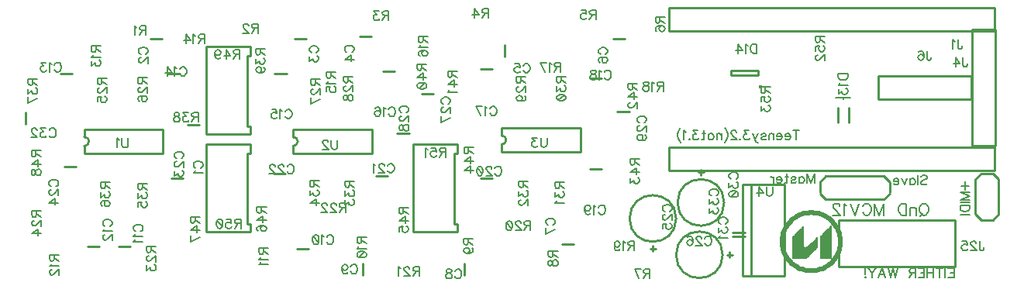
<source format=gbo>
G04 DipTrace 3.0.0.2*
G04 magpie_midi01.GBO*
%MOIN*%
G04 #@! TF.FileFunction,Legend,Bot*
G04 #@! TF.Part,Single*
%ADD10C,0.009843*%
%ADD12C,0.003*%
%ADD14C,0.02*%
%ADD23C,0.009449*%
%ADD25C,0.015404*%
%ADD91C,0.006176*%
%ADD93C,0.00772*%
%FSLAX26Y26*%
G04*
G70*
G90*
G75*
G01*
G04 BotSilk*
%LPD*%
X1150822Y1066609D2*
D10*
X1099680D1*
X989571Y1435360D2*
X938429D1*
X1609571D2*
X1558429D1*
X1889571Y1445360D2*
X1838429D1*
X2462640Y1409571D2*
Y1358429D1*
X2979571Y1435360D2*
X2928429D1*
X2708429Y552640D2*
X2759571D1*
X2287837Y469571D2*
Y418429D1*
X1852640Y469571D2*
Y418429D1*
X1568429Y532640D2*
X1619571D1*
X802175Y542640D2*
X853316D1*
X668429D2*
X719571D1*
X603322Y1285360D2*
X552180D1*
X1067072D2*
X1015930D1*
X1524568D2*
X1473427D1*
X1989571Y1295360D2*
X1938429D1*
X2409571Y1305360D2*
X2358429D1*
X2879571Y1265360D2*
X2828429D1*
X2879571Y875360D2*
X2828429D1*
X2409571Y835360D2*
X2358429D1*
X1960823Y845360D2*
X1909681D1*
X1519571Y855360D2*
X1468429D1*
X1079571Y835360D2*
X1028429D1*
X619571Y885360D2*
X568429D1*
X3088431Y532869D2*
X3112071D1*
X3100251Y521051D2*
Y544664D1*
X3000251Y662780D2*
G02X3000251Y662780I100000J0D01*
G01*
X3318320Y861381D2*
X3294680D1*
X3306500Y873200D2*
Y849587D1*
X3206500Y731471D2*
G02X3206500Y731471I100000J0D01*
G01*
X2157071Y1197860D2*
X2105929D1*
X2051959Y1029109D2*
X2000818D1*
X2998265Y1123461D2*
X2947123D1*
X3443429Y602640D2*
X3494571D1*
Y585360D2*
X3443429D1*
X402640Y1119571D2*
Y1068429D1*
X3430131Y494680D2*
Y518320D1*
X3441949Y506500D2*
X3418336D1*
X3200255D2*
G02X3200255Y506500I99965J0D01*
G01*
X3895379Y1138094D2*
Y1075106D1*
X3942621Y1138094D2*
Y1075106D1*
D23*
X3919000Y1175107D3*
D25*
X3562349Y1229291D3*
X3553148Y1279433D2*
D10*
X3435043D1*
Y1299118D1*
X3553148D1*
Y1279433D1*
X4569008Y1569002D2*
X3168992D1*
Y1469000D1*
X4569008D1*
Y1569002D1*
X4473998Y1474022D2*
X4574000D1*
Y973978D1*
X4473998D1*
Y1474022D1*
X4469018Y1275254D2*
X4068982D1*
Y1175249D1*
X4469018D1*
Y1275254D1*
X4400255Y656500D2*
X3900255D1*
Y456500D1*
X4400255D1*
Y656500D1*
X1368882Y1026992D2*
X1179906D1*
X1368882Y1401008D2*
X1179906D1*
X1357071Y1060467D2*
Y1363606D1*
X1368882Y1026992D2*
Y1060467D1*
X1357071D1*
Y1363606D2*
X1368882D1*
Y1401008D1*
X1179906Y1026992D2*
Y1401008D1*
X1368882Y606992D2*
X1179906D1*
X1368882Y981008D2*
X1179906D1*
X1357071Y640467D2*
Y943606D1*
X1368882Y606992D2*
Y640467D1*
X1357071D1*
Y943606D2*
X1368882D1*
Y981008D1*
X1179906Y606992D2*
Y981008D1*
X2258882Y606992D2*
X2069906D1*
X2258882Y981008D2*
X2069906D1*
X2247071Y640467D2*
Y943606D1*
X2258882Y606992D2*
Y640467D1*
X2247071D1*
Y943606D2*
X2258882D1*
Y981008D1*
X2069906Y606992D2*
Y981008D1*
X4118614Y774084D2*
Y814084D1*
X3818614Y774084D2*
Y814084D1*
X4093714Y844084D2*
X3843514D1*
X4093714Y744084D2*
X3843514D1*
X4118614Y769084D2*
X4093714Y744084D1*
X4118614Y819084D2*
X4093714Y844084D1*
X3843514D2*
X3818614Y819084D1*
X3843514Y744084D2*
X3818614Y769084D1*
X4569008Y969002D2*
X3168992D1*
Y869000D1*
X4569008D1*
Y969002D1*
X655904Y1045188D2*
X994497D1*
X655904Y942812D2*
X994497D1*
Y1045188D2*
Y942812D1*
X655904Y1045188D2*
Y1013694D1*
Y974306D2*
Y942812D1*
Y1013694D2*
G02X655904Y974306I12J-19694D01*
G01*
X1553404Y1045188D2*
X1891997D1*
X1553404Y942812D2*
X1891997D1*
Y1045188D2*
Y942812D1*
X1553404Y1045188D2*
Y1013694D1*
Y974306D2*
Y942812D1*
Y1013694D2*
G02X1553404Y974306I12J-19694D01*
G01*
X2449703Y1051487D2*
X2788297D1*
X2449703Y949111D2*
X2788297D1*
Y1051487D2*
Y949111D1*
X2449703Y1051487D2*
Y1019994D1*
Y980605D2*
Y949111D1*
Y1019994D2*
G02X2449703Y980605I12J-19694D01*
G01*
X3487701Y809600D2*
X3664866D1*
Y415899D1*
X3487701D1*
Y809600D1*
X3523134D2*
Y415899D1*
X4587315Y831583D2*
Y681583D1*
X4562315Y656583D1*
X4512315D1*
X4487315Y681583D2*
X4512315Y656583D1*
X4487315Y831583D2*
Y681583D1*
X4512315Y856583D2*
X4487315Y831583D1*
X4562315Y856583D2*
X4512315D1*
X4562315D2*
X4587315Y831583D1*
X3656157Y562858D2*
D14*
X3656462Y571577D1*
X3657376Y580253D1*
X3658894Y588845D1*
X3661008Y597309D1*
X3663708Y605606D1*
X3666982Y613695D1*
X3670813Y621536D1*
X3675183Y629091D1*
X3680070Y636324D1*
X3685450Y643198D1*
X3691298Y649681D1*
X3697584Y655742D1*
X3704279Y661349D1*
X3711349Y666477D1*
X3718760Y671100D1*
X3726476Y675196D1*
X3734460Y678744D1*
X3742672Y681728D1*
X3751073Y684132D1*
X3759621Y685946D1*
X3768275Y687160D1*
X3776993Y687769D1*
X3785732D1*
X3794450Y687160D1*
X3803105Y685946D1*
X3811653Y684132D1*
X3820053Y681728D1*
X3828266Y678744D1*
X3836249Y675196D1*
X3843966Y671100D1*
X3851377Y666477D1*
X3858447Y661349D1*
X3865142Y655742D1*
X3871428Y649681D1*
X3877276Y643198D1*
X3882656Y636324D1*
X3887543Y629091D1*
X3891913Y621536D1*
X3895744Y613695D1*
X3899017Y605606D1*
X3901718Y597309D1*
X3903832Y588845D1*
X3905350Y580253D1*
X3906263Y571577D1*
X3906568Y562858D1*
X3906263Y554140D1*
X3905350Y545463D1*
X3903832Y536872D1*
X3901718Y528407D1*
X3899017Y520110D1*
X3895744Y512022D1*
X3891913Y504180D1*
X3887543Y496625D1*
X3882656Y489393D1*
X3877276Y482518D1*
X3871428Y476035D1*
X3865142Y469975D1*
X3858447Y464367D1*
X3851377Y459239D1*
X3843966Y454616D1*
X3836249Y450521D1*
X3828266Y446972D1*
X3820053Y443989D1*
X3811653Y441584D1*
X3803105Y439770D1*
X3794450Y438556D1*
X3785732Y437948D1*
X3776993D1*
X3768275Y438556D1*
X3759621Y439770D1*
X3751073Y441584D1*
X3742672Y443989D1*
X3734460Y446972D1*
X3726476Y450521D1*
X3718760Y454616D1*
X3711349Y459239D1*
X3704279Y464367D1*
X3697584Y469975D1*
X3691298Y476035D1*
X3685450Y482518D1*
X3680070Y489393D1*
X3675183Y496625D1*
X3670813Y504180D1*
X3666982Y512022D1*
X3663708Y520110D1*
X3661008Y528407D1*
X3658894Y536872D1*
X3657376Y545463D1*
X3656462Y554140D1*
X3656157Y562858D1*
X3864155Y632349D2*
D12*
X3867155D1*
X3744155Y629349D2*
X3747155D1*
X3861155D2*
X3867155D1*
X3741155Y626349D2*
X3747155D1*
X3858155D2*
X3867155D1*
X3738155Y623349D2*
X3747155D1*
X3855155D2*
X3867155D1*
X3735155Y620349D2*
X3747155D1*
X3852155D2*
X3867155D1*
X3732155Y617349D2*
X3747155D1*
X3849155D2*
X3867155D1*
X3729155Y614349D2*
X3747155D1*
X3846155D2*
X3867155D1*
X3726155Y611349D2*
X3747155D1*
X3843155D2*
X3867155D1*
X3723155Y608349D2*
X3747155D1*
X3840155D2*
X3867155D1*
X3720155Y605349D2*
X3747155D1*
X3837155D2*
X3867155D1*
X3717155Y602349D2*
X3747155D1*
X3834155D2*
X3867155D1*
X3714155Y599349D2*
X3747155D1*
X3831155D2*
X3867155D1*
X3711155Y596349D2*
X3747155D1*
X3828167D2*
X3867155D1*
X3708167Y593349D2*
X3747155D1*
X3825284D2*
X3867155D1*
X3705284Y590349D2*
X3747155D1*
X3822783D2*
X3867155D1*
X3702783Y587349D2*
X3747155D1*
X3821001D2*
X3867155D1*
X3701001Y584349D2*
X3747155D1*
X3819988D2*
X3867155D1*
X3699988Y581349D2*
X3747155D1*
X3804155D2*
X3807155D1*
X3819499D2*
X3867155D1*
X3699499Y578349D2*
X3747155D1*
X3801155D2*
X3807155D1*
X3819288D2*
X3867155D1*
X3699288Y575349D2*
X3747155D1*
X3798155D2*
X3807155D1*
X3819203D2*
X3867155D1*
X3699203Y572349D2*
X3747155D1*
X3795155D2*
X3807155D1*
X3819172D2*
X3867155D1*
X3699172Y569349D2*
X3747155D1*
X3792155D2*
X3807155D1*
X3819161D2*
X3867155D1*
X3699161Y566349D2*
X3747155D1*
X3789155D2*
X3807155D1*
X3819157D2*
X3867155D1*
X3699157Y563349D2*
X3747155D1*
X3786155D2*
X3807155D1*
X3819155D2*
X3867155D1*
X3699155Y560349D2*
X3747155D1*
X3783155D2*
X3807155D1*
X3819155D2*
X3867155D1*
X3699155Y557349D2*
X3747155D1*
X3780155D2*
X3807155D1*
X3819155D2*
X3867155D1*
X3699155Y554349D2*
X3747155D1*
X3777155D2*
X3807155D1*
X3819155D2*
X3867155D1*
X3699155Y551349D2*
X3747155D1*
X3774155D2*
X3807155D1*
X3819155D2*
X3867155D1*
X3699155Y548349D2*
X3747202D1*
X3771108D2*
X3807143D1*
X3819155D2*
X3867155D1*
X3699155Y545349D2*
X3747342D1*
X3767651D2*
X3807026D1*
X3819155D2*
X3867155D1*
X3699155Y542349D2*
X3748749D1*
X3762796D2*
X3806526D1*
X3819155D2*
X3867155D1*
X3699155Y539349D2*
X3753424D1*
X3755694D2*
X3805308D1*
X3819155D2*
X3867155D1*
X3699155Y536349D2*
X3803321D1*
X3819155D2*
X3867155D1*
X3699155Y533349D2*
X3800811D1*
X3819155D2*
X3867155D1*
X3699155Y530349D2*
X3798022D1*
X3819155D2*
X3867155D1*
X3699155Y527349D2*
X3795106D1*
X3819155D2*
X3867155D1*
X3699155Y524349D2*
X3792138D1*
X3819155D2*
X3867155D1*
X3699155Y521349D2*
X3789149D1*
X3819155D2*
X3867155D1*
X3699155Y518349D2*
X3786153D1*
X3819155D2*
X3867155D1*
X3699155Y515349D2*
X3783154D1*
X3819155D2*
X3867155D1*
X3699155Y512349D2*
X3780155D1*
X3819155D2*
X3867155D1*
X3699155Y509349D2*
X3777155D1*
X3819155D2*
X3867155D1*
X3699155Y506349D2*
X3774155D1*
X3819155D2*
X3867155D1*
X3699155Y503349D2*
X3771155D1*
X3819155D2*
X3867155D1*
X3699155Y500349D2*
X3768155D1*
X3819155D2*
X3867155D1*
X3699155Y497349D2*
X3765155D1*
X3819155D2*
X3867155D1*
X3699155Y494349D2*
X3762155D1*
X3819155D2*
X3867155D1*
X3699155Y491349D2*
X3759155D1*
X3819155D2*
X3867155D1*
X3864155Y632349D2*
X3861155Y629349D1*
X3858155Y626349D1*
X3855155Y623349D1*
X3852155Y620349D1*
X3849155Y617349D1*
X3846155Y614349D1*
X3843155Y611349D1*
X3840155Y608349D1*
X3837155Y605349D1*
X3834155Y602349D1*
X3831155Y599349D1*
X3828167Y596349D1*
X3825284Y593349D1*
X3822783Y590349D1*
X3821001Y587349D1*
X3819988Y584349D1*
X3819499Y581349D1*
X3819288Y578349D1*
X3819203Y575349D1*
X3819172Y572349D1*
X3819161Y569349D1*
X3819157Y566349D1*
X3819155Y563349D1*
Y560349D1*
Y557349D1*
Y554349D1*
Y551349D1*
Y548349D1*
Y545349D1*
Y542349D1*
Y539349D1*
Y536349D1*
Y533349D1*
Y530349D1*
Y527349D1*
Y524349D1*
Y521349D1*
Y518349D1*
Y515349D1*
Y512349D1*
Y509349D1*
Y506349D1*
Y503349D1*
Y500349D1*
Y497349D1*
Y494349D1*
Y491349D1*
X3867155Y632349D2*
Y629349D1*
Y626349D1*
Y623349D1*
Y620349D1*
Y617349D1*
Y614349D1*
Y611349D1*
Y608349D1*
Y605349D1*
Y602349D1*
Y599349D1*
Y596349D1*
Y593349D1*
Y590349D1*
Y587349D1*
Y584349D1*
Y581349D1*
Y578349D1*
Y575349D1*
Y572349D1*
Y569349D1*
Y566349D1*
Y563349D1*
Y560349D1*
Y557349D1*
Y554349D1*
Y551349D1*
Y548349D1*
Y545349D1*
Y542349D1*
Y539349D1*
Y536349D1*
Y533349D1*
Y530349D1*
Y527349D1*
Y524349D1*
Y521349D1*
Y518349D1*
Y515349D1*
Y512349D1*
Y509349D1*
Y506349D1*
Y503349D1*
Y500349D1*
Y497349D1*
Y494349D1*
Y491349D1*
X3744155Y629349D2*
X3741155Y626349D1*
X3738155Y623349D1*
X3735155Y620349D1*
X3732155Y617349D1*
X3729155Y614349D1*
X3726155Y611349D1*
X3723155Y608349D1*
X3720155Y605349D1*
X3717155Y602349D1*
X3714155Y599349D1*
X3711155Y596349D1*
X3708167Y593349D1*
X3705284Y590349D1*
X3702783Y587349D1*
X3701001Y584349D1*
X3699988Y581349D1*
X3699499Y578349D1*
X3699288Y575349D1*
X3699203Y572349D1*
X3699172Y569349D1*
X3699161Y566349D1*
X3699157Y563349D1*
X3699155Y560349D1*
Y557349D1*
Y554349D1*
Y551349D1*
Y548349D1*
Y545349D1*
Y542349D1*
Y539349D1*
Y536349D1*
Y533349D1*
Y530349D1*
Y527349D1*
Y524349D1*
Y521349D1*
Y518349D1*
Y515349D1*
Y512349D1*
Y509349D1*
Y506349D1*
Y503349D1*
Y500349D1*
Y497349D1*
Y494349D1*
Y491349D1*
X3747155Y629349D2*
Y626349D1*
Y623349D1*
Y620349D1*
Y617349D1*
Y614349D1*
Y611349D1*
Y608349D1*
Y605349D1*
Y602349D1*
Y599349D1*
Y596349D1*
Y593349D1*
Y590349D1*
Y587349D1*
Y584349D1*
Y581349D1*
Y578349D1*
Y575349D1*
Y572349D1*
Y569349D1*
Y566349D1*
Y563349D1*
Y560349D1*
Y557349D1*
Y554349D1*
Y551349D1*
X3747202Y548349D1*
X3747342Y545349D1*
X3748749Y542349D1*
X3753424Y539349D1*
X3759155Y536349D1*
X3804155Y581349D2*
X3801155Y578349D1*
X3798155Y575349D1*
X3795155Y572349D1*
X3792155Y569349D1*
X3789155Y566349D1*
X3786155Y563349D1*
X3783155Y560349D1*
X3780155Y557349D1*
X3777155Y554349D1*
X3774155Y551349D1*
X3771108Y548349D1*
X3767651Y545349D1*
X3762796Y542349D1*
X3755694Y539349D1*
X3747155Y536349D1*
X3807155Y581349D2*
Y578349D1*
Y575349D1*
Y572349D1*
Y569349D1*
Y566349D1*
Y563349D1*
Y560349D1*
Y557349D1*
Y554349D1*
Y551349D1*
X3807143Y548349D1*
X3807026Y545349D1*
X3806526Y542349D1*
X3805308Y539349D1*
X3803321Y536349D1*
X3800811Y533349D1*
X3798022Y530349D1*
X3795106Y527349D1*
X3792138Y524349D1*
X3789149Y521349D1*
X3786153Y518349D1*
X3783154Y515349D1*
X3780155Y512349D1*
X3777155Y509349D1*
X3774155Y506349D1*
X3771155Y503349D1*
X3768155Y500349D1*
X3765155Y497349D1*
X3762155Y494349D1*
X3759155Y491349D1*
X1134102Y879998D2*
D91*
X1130300Y881899D1*
X1126453Y885746D1*
X1124552Y889549D1*
Y897198D1*
X1126453Y901045D1*
X1130300Y904847D1*
X1134102Y906793D1*
X1139850Y908694D1*
X1149445D1*
X1155149Y906793D1*
X1158995Y904847D1*
X1162798Y901044D1*
X1164744Y897198D1*
Y889548D1*
X1162798Y885746D1*
X1158995Y881899D1*
X1155149Y879998D1*
X1132245Y867647D2*
X1130300Y863800D1*
X1124596Y858052D1*
X1164743D1*
X897945Y1369708D2*
X894142Y1371609D1*
X890295Y1375456D1*
X888394Y1379259D1*
Y1386908D1*
X890295Y1390755D1*
X894142Y1394557D1*
X897945Y1396503D1*
X903693Y1398404D1*
X913287D1*
X918991Y1396503D1*
X922838Y1394557D1*
X926641Y1390755D1*
X928586Y1386908D1*
Y1379259D1*
X926641Y1375456D1*
X922838Y1371609D1*
X918991Y1369708D1*
X897989Y1355411D2*
X896088D1*
X892241Y1353510D1*
X890340Y1351609D1*
X888438Y1347762D1*
Y1340113D1*
X890339Y1336310D1*
X892241Y1334409D1*
X896088Y1332463D1*
X899890D1*
X903737Y1334409D1*
X909441Y1338211D1*
X928586Y1357357D1*
Y1330562D1*
X1632286Y1375969D2*
X1628483Y1377871D1*
X1624637Y1381717D1*
X1622735Y1385520D1*
Y1393169D1*
X1624637Y1397016D1*
X1628483Y1400818D1*
X1632286Y1402764D1*
X1638034Y1404665D1*
X1647629D1*
X1653332Y1402764D1*
X1657179Y1400818D1*
X1660982Y1397016D1*
X1662927Y1393169D1*
Y1385520D1*
X1660982Y1381717D1*
X1657179Y1377870D1*
X1653332Y1375969D1*
X1622779Y1359771D2*
Y1338769D1*
X1638078Y1350221D1*
Y1344473D1*
X1639979Y1340670D1*
X1641881Y1338769D1*
X1647629Y1336823D1*
X1651431D1*
X1657179Y1338769D1*
X1661026Y1342571D1*
X1662927Y1348319D1*
Y1354067D1*
X1661026Y1359771D1*
X1659080Y1361672D1*
X1655278Y1363618D1*
X1784147Y1378564D2*
X1780344Y1380465D1*
X1776497Y1384312D1*
X1774596Y1388115D1*
Y1395764D1*
X1776497Y1399611D1*
X1780344Y1403413D1*
X1784147Y1405359D1*
X1789895Y1407260D1*
X1799490D1*
X1805193Y1405359D1*
X1809040Y1403413D1*
X1812843Y1399611D1*
X1814788Y1395764D1*
Y1388115D1*
X1812843Y1384312D1*
X1809040Y1380465D1*
X1805193Y1378564D1*
X1814788Y1347067D2*
X1774640Y1347068D1*
X1801391Y1366213D1*
Y1337517D1*
X2542801Y1319687D2*
X2544702Y1323489D1*
X2548549Y1327336D1*
X2552352Y1329237D1*
X2560001D1*
X2563848Y1327336D1*
X2567650Y1323489D1*
X2569596Y1319687D1*
X2571497Y1313939D1*
Y1304344D1*
X2569596Y1298640D1*
X2567650Y1294793D1*
X2563848Y1290991D1*
X2560001Y1289045D1*
X2552352D1*
X2548549Y1290991D1*
X2544702Y1294793D1*
X2542801Y1298640D1*
X2507502Y1329193D2*
X2526603D1*
X2528504Y1311993D1*
X2526603Y1313894D1*
X2520855Y1315840D1*
X2515151D1*
X2509403Y1313894D1*
X2505556Y1310092D1*
X2503655Y1304344D1*
Y1300541D1*
X2505556Y1294793D1*
X2509403Y1290947D1*
X2515151Y1289045D1*
X2520855D1*
X2526603Y1290947D1*
X2528504Y1292892D1*
X2530450Y1296695D1*
X2875445Y1368735D2*
X2871642Y1370637D1*
X2867795Y1374483D1*
X2865894Y1378286D1*
Y1385935D1*
X2867795Y1389782D1*
X2871642Y1393584D1*
X2875445Y1395530D1*
X2881193Y1397431D1*
X2890787D1*
X2896491Y1395530D1*
X2900338Y1393584D1*
X2904141Y1389782D1*
X2906086Y1385935D1*
Y1378286D1*
X2904141Y1374483D1*
X2900338Y1370637D1*
X2896491Y1368735D1*
X2871642Y1333436D2*
X2867839Y1335337D1*
X2865938Y1341085D1*
Y1344888D1*
X2867840Y1350636D1*
X2873588Y1354483D1*
X2883138Y1356384D1*
X2892689D1*
X2900338Y1354483D1*
X2904185Y1350636D1*
X2906086Y1344888D1*
Y1342987D1*
X2904185Y1337283D1*
X2900338Y1333436D1*
X2894590Y1331535D1*
X2892689D1*
X2886941Y1333436D1*
X2883138Y1337283D1*
X2881237Y1342987D1*
Y1344888D1*
X2883138Y1350636D1*
X2886941Y1354483D1*
X2892689Y1356384D1*
X2649190Y634986D2*
X2645387Y636888D1*
X2641541Y640734D1*
X2639639Y644537D1*
Y652186D1*
X2641541Y656033D1*
X2645387Y659835D1*
X2649190Y661781D1*
X2654938Y663682D1*
X2664533D1*
X2670237Y661781D1*
X2674083Y659835D1*
X2677886Y656033D1*
X2679831Y652186D1*
Y644537D1*
X2677886Y640734D1*
X2674083Y636888D1*
X2670237Y634986D1*
X2679831Y614986D2*
X2639684Y595840D1*
Y622635D1*
X2249030Y435454D2*
X2250931Y439257D1*
X2254778Y443104D1*
X2258580Y445005D1*
X2266230D1*
X2270076Y443104D1*
X2273879Y439257D1*
X2275824Y435454D1*
X2277726Y429706D1*
Y420112D1*
X2275824Y414408D1*
X2273879Y410561D1*
X2270076Y406758D1*
X2266230Y404813D1*
X2258580D1*
X2254778Y406758D1*
X2250931Y410561D1*
X2249030Y414408D1*
X2227128Y444961D2*
X2232832Y443059D1*
X2234777Y439257D1*
Y435410D1*
X2232832Y431608D1*
X2229029Y429662D1*
X2221380Y427761D1*
X2215632Y425860D1*
X2211829Y422013D1*
X2209928Y418210D1*
Y412462D1*
X2211829Y408660D1*
X2213730Y406714D1*
X2219478Y404813D1*
X2227128D1*
X2232832Y406714D1*
X2234777Y408660D1*
X2236678Y412462D1*
Y418210D1*
X2234777Y422013D1*
X2230930Y425860D1*
X2225226Y427761D1*
X2217577Y429662D1*
X2213730Y431608D1*
X2211829Y435410D1*
Y439257D1*
X2213730Y443059D1*
X2219478Y444961D1*
X2227128D1*
X1800911Y455872D2*
X1802812Y459674D1*
X1806659Y463521D1*
X1810461Y465422D1*
X1818111D1*
X1821958Y463521D1*
X1825760Y459674D1*
X1827706Y455872D1*
X1829607Y450124D1*
Y440529D1*
X1827706Y434825D1*
X1825760Y430978D1*
X1821958Y427176D1*
X1818111Y425230D1*
X1810461D1*
X1806659Y427176D1*
X1802812Y430978D1*
X1800911Y434825D1*
X1763666Y452025D2*
X1765612Y446277D1*
X1769414Y442430D1*
X1775162Y440529D1*
X1777063D1*
X1782811Y442430D1*
X1786614Y446277D1*
X1788560Y452025D1*
Y453926D1*
X1786614Y459674D1*
X1782811Y463477D1*
X1777063Y465378D1*
X1775162D1*
X1769414Y463477D1*
X1765612Y459674D1*
X1763666Y452025D1*
Y442430D1*
X1765612Y432880D1*
X1769414Y427132D1*
X1775162Y425230D1*
X1778965D1*
X1784713Y427132D1*
X1786614Y430978D1*
X1698256Y582368D2*
X1700157Y586170D1*
X1704004Y590017D1*
X1707806Y591918D1*
X1715456D1*
X1719303Y590017D1*
X1723105Y586170D1*
X1725051Y582368D1*
X1726952Y576620D1*
Y567025D1*
X1725051Y561321D1*
X1723105Y557474D1*
X1719303Y553672D1*
X1715456Y551726D1*
X1707806D1*
X1704004Y553672D1*
X1700157Y557474D1*
X1698256Y561321D1*
X1685905Y584225D2*
X1682058Y586170D1*
X1676310Y591874D1*
Y551726D1*
X1652462Y591874D2*
X1658210Y589973D1*
X1662057Y584225D1*
X1663958Y574674D1*
Y568926D1*
X1662057Y559376D1*
X1658210Y553628D1*
X1652462Y551726D1*
X1648660D1*
X1642912Y553628D1*
X1639109Y559376D1*
X1637164Y568926D1*
Y574674D1*
X1639109Y584225D1*
X1642912Y589973D1*
X1648660Y591874D1*
X1652462D1*
X1639109Y584225D2*
X1662057Y559376D1*
X876283Y607778D2*
X872481Y609679D1*
X868634Y613526D1*
X866733Y617329D1*
Y624978D1*
X868634Y628825D1*
X872481Y632627D1*
X876283Y634573D1*
X882031Y636474D1*
X891626D1*
X897330Y634573D1*
X901177Y632627D1*
X904979Y628825D1*
X906925Y624978D1*
Y617329D1*
X904979Y613526D1*
X901177Y609679D1*
X897330Y607778D1*
X874426Y595427D2*
X872481Y591580D1*
X866777Y585832D1*
X906925D1*
X874426Y573481D2*
X872481Y569634D1*
X866777Y563886D1*
X906925D1*
X744149Y629529D2*
X740347Y631430D1*
X736500Y635277D1*
X734599Y639079D1*
Y646729D1*
X736500Y650576D1*
X740347Y654378D1*
X744149Y656324D1*
X749897Y658225D1*
X759492D1*
X765196Y656324D1*
X769043Y654378D1*
X772845Y650576D1*
X774791Y646729D1*
Y639079D1*
X772845Y635277D1*
X769043Y631430D1*
X765196Y629529D1*
X742292Y617178D2*
X740347Y613331D1*
X734643Y607583D1*
X774791D1*
X744194Y593286D2*
X742292D1*
X738446Y591385D1*
X736544Y589483D1*
X734643Y585637D1*
Y577987D1*
X736544Y574185D1*
X738445Y572284D1*
X742292Y570338D1*
X746095D1*
X749942Y572283D1*
X755645Y576086D1*
X774791Y595231D1*
Y568437D1*
X527215Y1323685D2*
X529116Y1327488D1*
X532963Y1331335D1*
X536766Y1333236D1*
X544415D1*
X548262Y1331335D1*
X552064Y1327488D1*
X554010Y1323685D1*
X555911Y1317937D1*
Y1308343D1*
X554010Y1302639D1*
X552064Y1298792D1*
X548262Y1294989D1*
X544415Y1293044D1*
X536766D1*
X532963Y1294989D1*
X529116Y1298792D1*
X527215Y1302639D1*
X514864Y1325542D2*
X511017Y1327488D1*
X505269Y1333192D1*
Y1293044D1*
X489071Y1333192D2*
X468068D1*
X479520Y1317893D1*
X473772D1*
X469970Y1315992D1*
X468068Y1314091D1*
X466123Y1308343D1*
Y1304540D1*
X468068Y1298792D1*
X471871Y1294945D1*
X477619Y1293044D1*
X483367D1*
X489071Y1294945D1*
X490972Y1296891D1*
X492918Y1300693D1*
X1065977Y1305739D2*
X1067878Y1309542D1*
X1071725Y1313388D1*
X1075527Y1315290D1*
X1083177D1*
X1087024Y1313388D1*
X1090826Y1309542D1*
X1092772Y1305739D1*
X1094673Y1299991D1*
Y1290396D1*
X1092772Y1284693D1*
X1090826Y1280846D1*
X1087024Y1277043D1*
X1083177Y1275098D1*
X1075527D1*
X1071725Y1277043D1*
X1067878Y1280846D1*
X1065977Y1284693D1*
X1053625Y1307596D2*
X1049779Y1309542D1*
X1044031Y1315246D1*
Y1275098D1*
X1012534D2*
Y1315246D1*
X1031679Y1288495D1*
X1002983D1*
X1519172Y1122763D2*
X1521073Y1126565D1*
X1524920Y1130412D1*
X1528722Y1132313D1*
X1536372D1*
X1540219Y1130412D1*
X1544021Y1126565D1*
X1545967Y1122763D1*
X1547868Y1117015D1*
Y1107420D1*
X1545967Y1101716D1*
X1544021Y1097869D1*
X1540219Y1094067D1*
X1536372Y1092121D1*
X1528722D1*
X1524920Y1094067D1*
X1521073Y1097869D1*
X1519172Y1101716D1*
X1506821Y1124620D2*
X1502974Y1126565D1*
X1497226Y1132269D1*
Y1092121D1*
X1461926Y1132269D2*
X1481028D1*
X1482929Y1115069D1*
X1481028Y1116971D1*
X1475280Y1118916D1*
X1469576D1*
X1463828Y1116971D1*
X1459981Y1113168D1*
X1458080Y1107420D1*
Y1103617D1*
X1459981Y1097869D1*
X1463828Y1094023D1*
X1469576Y1092121D1*
X1475280D1*
X1481028Y1094023D1*
X1482929Y1095968D1*
X1484874Y1099771D1*
X1963644Y1132452D2*
X1965545Y1136254D1*
X1969392Y1140101D1*
X1973195Y1142002D1*
X1980844D1*
X1984691Y1140101D1*
X1988493Y1136254D1*
X1990439Y1132452D1*
X1992340Y1126704D1*
Y1117109D1*
X1990439Y1111405D1*
X1988493Y1107558D1*
X1984691Y1103756D1*
X1980844Y1101810D1*
X1973195D1*
X1969392Y1103756D1*
X1965545Y1107558D1*
X1963644Y1111405D1*
X1951293Y1134309D2*
X1947446Y1136254D1*
X1941698Y1141958D1*
Y1101810D1*
X1906399Y1136254D2*
X1908300Y1140057D1*
X1914048Y1141958D1*
X1917850D1*
X1923598Y1140057D1*
X1927445Y1134309D1*
X1929346Y1124758D1*
Y1115208D1*
X1927445Y1107558D1*
X1923598Y1103712D1*
X1917850Y1101810D1*
X1915949D1*
X1910245Y1103712D1*
X1906399Y1107558D1*
X1904497Y1113306D1*
Y1115208D1*
X1906399Y1120956D1*
X1910245Y1124758D1*
X1915949Y1126660D1*
X1917850D1*
X1923598Y1124758D1*
X1927445Y1120956D1*
X1929346Y1115208D1*
X2399958Y1135805D2*
X2401859Y1139607D1*
X2405706Y1143454D1*
X2409509Y1145355D1*
X2417158D1*
X2421005Y1143454D1*
X2424807Y1139607D1*
X2426753Y1135805D1*
X2428654Y1130057D1*
Y1120462D1*
X2426753Y1114758D1*
X2424807Y1110911D1*
X2421005Y1107109D1*
X2417158Y1105163D1*
X2409509D1*
X2405706Y1107109D1*
X2401859Y1110911D1*
X2399958Y1114758D1*
X2387607Y1137662D2*
X2383760Y1139607D1*
X2378012Y1145311D1*
Y1105163D1*
X2358011D2*
X2338866Y1145311D1*
X2365660D1*
X2892041Y1290708D2*
X2893942Y1294510D1*
X2897789Y1298357D1*
X2901591Y1300258D1*
X2909241D1*
X2913088Y1298357D1*
X2916890Y1294510D1*
X2918836Y1290708D1*
X2920737Y1284960D1*
Y1275365D1*
X2918836Y1269661D1*
X2916890Y1265814D1*
X2913088Y1262012D1*
X2909241Y1260066D1*
X2901591D1*
X2897789Y1262012D1*
X2893942Y1265814D1*
X2892041Y1269661D1*
X2879689Y1292565D2*
X2875843Y1294510D1*
X2870095Y1300214D1*
Y1260066D1*
X2848193Y1300214D2*
X2853897Y1298313D1*
X2855842Y1294510D1*
Y1290663D1*
X2853897Y1286861D1*
X2850094Y1284915D1*
X2842445Y1283014D1*
X2836697Y1281113D1*
X2832894Y1277266D1*
X2830993Y1273464D1*
Y1267716D1*
X2832894Y1263913D1*
X2834795Y1261968D1*
X2840543Y1260066D1*
X2848193D1*
X2853897Y1261968D1*
X2855842Y1263913D1*
X2857743Y1267716D1*
Y1273464D1*
X2855842Y1277266D1*
X2851995Y1281113D1*
X2846291Y1283014D1*
X2838642Y1284915D1*
X2834795Y1286861D1*
X2832894Y1290663D1*
Y1294510D1*
X2834795Y1298313D1*
X2840543Y1300214D1*
X2848193D1*
X2866820Y710280D2*
X2868721Y714082D1*
X2872568Y717929D1*
X2876370Y719830D1*
X2884020D1*
X2887866Y717929D1*
X2891669Y714082D1*
X2893614Y710280D1*
X2895516Y704532D1*
Y694937D1*
X2893614Y689233D1*
X2891669Y685386D1*
X2887866Y681584D1*
X2884020Y679638D1*
X2876370D1*
X2872568Y681584D1*
X2868721Y685386D1*
X2866820Y689233D1*
X2854468Y712137D2*
X2850622Y714082D1*
X2844874Y719786D1*
Y679638D1*
X2807629Y706433D2*
X2809574Y700685D1*
X2813377Y696838D1*
X2819125Y694937D1*
X2821026D1*
X2826774Y696838D1*
X2830577Y700685D1*
X2832522Y706433D1*
Y708334D1*
X2830577Y714082D1*
X2826774Y717885D1*
X2821026Y719786D1*
X2819125D1*
X2813377Y717885D1*
X2809574Y714082D1*
X2807629Y706433D1*
Y696838D1*
X2809574Y687288D1*
X2813377Y681540D1*
X2819125Y679638D1*
X2822927D1*
X2828675Y681540D1*
X2830577Y685386D1*
X2420940Y877292D2*
X2422841Y881094D1*
X2426688Y884941D1*
X2430490Y886842D1*
X2438140D1*
X2441986Y884941D1*
X2445789Y881094D1*
X2447734Y877292D1*
X2449636Y871544D1*
Y861949D1*
X2447734Y856245D1*
X2445789Y852398D1*
X2441986Y848596D1*
X2438140Y846650D1*
X2430490D1*
X2426688Y848596D1*
X2422841Y852398D1*
X2420940Y856245D1*
X2406643Y877247D2*
Y879149D1*
X2404742Y882995D1*
X2402840Y884897D1*
X2398994Y886798D1*
X2391344D1*
X2387542Y884897D1*
X2385641Y882995D1*
X2383695Y879149D1*
Y875346D1*
X2385641Y871499D1*
X2389443Y865796D1*
X2408588Y846650D1*
X2381794D1*
X2357946Y886798D2*
X2363694Y884897D1*
X2367541Y879149D1*
X2369442Y869598D1*
Y863850D1*
X2367541Y854300D1*
X2363694Y848552D1*
X2357946Y846650D1*
X2354144D1*
X2348396Y848552D1*
X2344593Y854300D1*
X2342648Y863850D1*
Y869598D1*
X2344593Y879149D1*
X2348396Y884897D1*
X2354144Y886798D1*
X2357946D1*
X2344593Y879149D2*
X2367541Y854300D1*
X1959144Y889410D2*
X1961046Y893212D1*
X1964892Y897059D1*
X1968695Y898960D1*
X1976344D1*
X1980191Y897059D1*
X1983994Y893212D1*
X1985939Y889410D1*
X1987840Y883662D1*
Y874067D1*
X1985939Y868363D1*
X1983994Y864516D1*
X1980191Y860714D1*
X1976344Y858768D1*
X1968695D1*
X1964892Y860714D1*
X1961046Y864516D1*
X1959144Y868363D1*
X1944847Y889366D2*
Y891267D1*
X1942946Y895114D1*
X1941045Y897015D1*
X1937198Y898916D1*
X1929549D1*
X1925746Y897015D1*
X1923845Y895114D1*
X1921900Y891267D1*
Y887464D1*
X1923845Y883618D1*
X1927648Y877914D1*
X1946793Y858768D1*
X1919998D1*
X1907647Y891267D2*
X1903800Y893212D1*
X1898052Y898916D1*
Y858768D1*
X1528360Y885524D2*
X1530261Y889326D1*
X1534108Y893173D1*
X1537910Y895075D1*
X1545560D1*
X1549406Y893173D1*
X1553209Y889326D1*
X1555154Y885524D1*
X1557056Y879776D1*
Y870181D1*
X1555154Y864477D1*
X1553209Y860631D1*
X1549406Y856828D1*
X1545560Y854883D1*
X1537910D1*
X1534108Y856828D1*
X1530261Y860631D1*
X1528360Y864477D1*
X1514063Y885480D2*
Y887381D1*
X1512162Y891228D1*
X1510260Y893129D1*
X1506414Y895030D1*
X1498764D1*
X1494962Y893129D1*
X1493060Y891228D1*
X1491115Y887381D1*
Y883578D1*
X1493060Y879732D1*
X1496863Y874028D1*
X1516008Y854883D1*
X1489214D1*
X1474917Y885480D2*
Y887381D1*
X1473016Y891228D1*
X1471114Y893129D1*
X1467268Y895030D1*
X1459618D1*
X1455816Y893129D1*
X1453914Y891228D1*
X1451969Y887381D1*
Y883578D1*
X1453914Y879732D1*
X1457717Y874028D1*
X1476862Y854883D1*
X1450068D1*
X1052093Y921673D2*
X1048290Y923575D1*
X1044444Y927421D1*
X1042542Y931224D1*
Y938873D1*
X1044444Y942720D1*
X1048290Y946523D1*
X1052093Y948468D1*
X1057841Y950369D1*
X1067436D1*
X1073140Y948468D1*
X1076986Y946523D1*
X1080789Y942720D1*
X1082734Y938873D1*
Y931224D1*
X1080789Y927421D1*
X1076986Y923575D1*
X1073140Y921673D1*
X1052137Y907377D2*
X1050236D1*
X1046389Y905475D1*
X1044488Y903574D1*
X1042587Y899727D1*
Y892078D1*
X1044488Y888275D1*
X1046389Y886374D1*
X1050236Y884429D1*
X1054038D1*
X1057885Y886374D1*
X1063589Y890177D1*
X1082734Y909322D1*
Y882527D1*
X1042587Y866329D2*
X1042586Y845327D1*
X1057885Y856779D1*
Y851031D1*
X1059786Y847228D1*
X1061688Y845327D1*
X1067436Y843381D1*
X1071238D1*
X1076986Y845327D1*
X1080833Y849129D1*
X1082734Y854877D1*
Y860625D1*
X1080833Y866329D1*
X1078888Y868231D1*
X1075085Y870176D1*
X513388Y801032D2*
X509586Y802934D1*
X505739Y806780D1*
X503838Y810583D1*
Y818232D1*
X505739Y822079D1*
X509586Y825881D1*
X513388Y827827D1*
X519136Y829728D1*
X528731D1*
X534435Y827827D1*
X538282Y825881D1*
X542084Y822079D1*
X544030Y818232D1*
Y810583D1*
X542084Y806780D1*
X538282Y802933D1*
X534435Y801032D1*
X513432Y786735D2*
X511531D1*
X507684Y784834D1*
X505783Y782933D1*
X503882Y779086D1*
Y771437D1*
X505783Y767634D1*
X507684Y765733D1*
X511531Y763787D1*
X515334D1*
X519180Y765733D1*
X524884Y769535D1*
X544030Y788681D1*
Y761886D1*
Y730389D2*
X503882D1*
X530632Y749535D1*
Y720839D1*
X3151212Y693802D2*
X3147410Y695703D1*
X3143563Y699550D1*
X3141662Y703353D1*
Y711002D1*
X3143563Y714849D1*
X3147410Y718651D1*
X3151212Y720597D1*
X3156960Y722498D1*
X3166555D1*
X3172259Y720597D1*
X3176106Y718651D1*
X3179908Y714849D1*
X3181854Y711002D1*
Y703353D1*
X3179908Y699550D1*
X3176106Y695703D1*
X3172259Y693802D1*
X3151257Y679505D2*
X3149355D1*
X3145509Y677604D1*
X3143607Y675703D1*
X3141706Y671856D1*
Y664207D1*
X3143607Y660404D1*
X3145509Y658503D1*
X3149355Y656557D1*
X3153158D1*
X3157005Y658503D1*
X3162708Y662305D1*
X3181854Y681451D1*
Y654656D1*
X3141706Y619357D2*
Y638458D1*
X3158906Y640359D1*
X3157005Y638458D1*
X3155059Y632710D1*
Y627006D1*
X3157005Y621258D1*
X3160807Y617411D1*
X3166555Y615510D1*
X3170358D1*
X3176106Y617411D1*
X3179952Y621258D1*
X3181854Y627006D1*
Y632710D1*
X3179952Y638458D1*
X3178007Y640359D1*
X3174204Y642305D1*
X3323623Y577169D2*
X3325525Y580972D1*
X3329371Y584818D1*
X3333174Y586720D1*
X3340823D1*
X3344670Y584818D1*
X3348472Y580972D1*
X3350418Y577169D1*
X3352319Y571421D1*
Y561826D1*
X3350418Y556122D1*
X3348472Y552276D1*
X3344670Y548473D1*
X3340823Y546528D1*
X3333174D1*
X3329371Y548473D1*
X3325525Y552276D1*
X3323623Y556122D1*
X3309326Y577125D2*
Y579026D1*
X3307425Y582873D1*
X3305524Y584774D1*
X3301677Y586675D1*
X3294028D1*
X3290225Y584774D1*
X3288324Y582873D1*
X3286378Y579026D1*
Y575223D1*
X3288324Y571377D1*
X3292126Y565673D1*
X3311272Y546528D1*
X3284477D1*
X3249178Y580972D2*
X3251079Y584774D1*
X3256827Y586675D1*
X3260630D1*
X3266378Y584774D1*
X3270225Y579026D1*
X3272126Y569475D1*
Y559925D1*
X3270225Y552276D1*
X3266378Y548429D1*
X3260630Y546528D1*
X3258728D1*
X3253025Y548429D1*
X3249178Y552276D1*
X3247277Y558024D1*
Y559925D1*
X3249178Y565673D1*
X3253025Y569475D1*
X3258728Y571377D1*
X3260630D1*
X3266378Y569475D1*
X3270225Y565673D1*
X3272126Y559925D1*
X2198791Y1155264D2*
X2194989Y1157165D1*
X2191142Y1161012D1*
X2189240Y1164815D1*
Y1172464D1*
X2191142Y1176311D1*
X2194989Y1180113D1*
X2198791Y1182059D1*
X2204539Y1183960D1*
X2214134D1*
X2219838Y1182059D1*
X2223684Y1180113D1*
X2227487Y1176311D1*
X2229432Y1172464D1*
Y1164815D1*
X2227487Y1161012D1*
X2223684Y1157165D1*
X2219838Y1155264D1*
X2198835Y1140967D2*
X2196934D1*
X2193087Y1139066D1*
X2191186Y1137165D1*
X2189285Y1133318D1*
Y1125669D1*
X2191186Y1121866D1*
X2193087Y1119965D1*
X2196934Y1118019D1*
X2200737D1*
X2204583Y1119965D1*
X2210287Y1123767D1*
X2229432Y1142913D1*
Y1116118D1*
X2229433Y1096117D2*
X2189285Y1076972D1*
Y1103767D1*
X2019324Y1118235D2*
X2015521Y1120137D1*
X2011675Y1123983D1*
X2009773Y1127786D1*
Y1135435D1*
X2011675Y1139282D1*
X2015521Y1143085D1*
X2019324Y1145030D1*
X2025072Y1146931D1*
X2034667D1*
X2040370Y1145030D1*
X2044217Y1143084D1*
X2048020Y1139282D1*
X2049965Y1135435D1*
Y1127786D1*
X2048020Y1123983D1*
X2044217Y1120137D1*
X2040370Y1118235D1*
X2019368Y1103938D2*
X2017467D1*
X2013620Y1102037D1*
X2011719Y1100136D1*
X2009818Y1096289D1*
Y1088640D1*
X2011719Y1084837D1*
X2013620Y1082936D1*
X2017467Y1080991D1*
X2021269D1*
X2025116Y1082936D1*
X2030820Y1086739D1*
X2049965Y1105884D1*
Y1079089D1*
X2009817Y1057187D2*
X2011719Y1062891D1*
X2015521Y1064837D1*
X2019368D1*
X2023171Y1062891D1*
X2025116Y1059089D1*
X2027017Y1051439D1*
X2028919Y1045691D1*
X2032765Y1041889D1*
X2036568Y1039988D1*
X2042316D1*
X2046119Y1041889D1*
X2048064Y1043790D1*
X2049965Y1049538D1*
Y1057187D1*
X2048064Y1062891D1*
X2046119Y1064837D1*
X2042316Y1066738D1*
X2036568D1*
X2032765Y1064837D1*
X2028919Y1060990D1*
X2027017Y1055286D1*
X2025116Y1047637D1*
X2023171Y1043790D1*
X2019368Y1041889D1*
X2015521D1*
X2011719Y1043790D1*
X2009817Y1049538D1*
Y1057187D1*
X3041758Y1075012D2*
X3037956Y1076913D1*
X3034109Y1080760D1*
X3032208Y1084562D1*
Y1092211D1*
X3034109Y1096058D1*
X3037956Y1099861D1*
X3041758Y1101806D1*
X3047506Y1103707D1*
X3057101D1*
X3062805Y1101806D1*
X3066652Y1099861D1*
X3070454Y1096058D1*
X3072400Y1092211D1*
Y1084562D1*
X3070454Y1080760D1*
X3066652Y1076913D1*
X3062805Y1075012D1*
X3041802Y1060715D2*
X3039901D1*
X3036054Y1058813D1*
X3034153Y1056912D1*
X3032252Y1053065D1*
Y1045416D1*
X3034153Y1041614D1*
X3036054Y1039712D1*
X3039901Y1037767D1*
X3043704D1*
X3047551Y1039712D1*
X3053254Y1043515D1*
X3072400Y1062660D1*
Y1035865D1*
X3045605Y998621D2*
X3051353Y1000566D1*
X3055200Y1004369D1*
X3057101Y1010117D1*
Y1012018D1*
X3055200Y1017766D1*
X3051353Y1021569D1*
X3045605Y1023514D1*
X3043704D1*
X3037956Y1021569D1*
X3034153Y1017766D1*
X3032252Y1012018D1*
Y1010117D1*
X3034153Y1004369D1*
X3037956Y1000566D1*
X3045605Y998621D1*
X3055200D1*
X3064750Y1000566D1*
X3070498Y1004369D1*
X3072400Y1010117D1*
Y1013919D1*
X3070498Y1019667D1*
X3066652Y1021569D1*
X3437162Y832303D2*
X3433360Y834205D1*
X3429513Y838051D1*
X3427612Y841854D1*
Y849503D1*
X3429513Y853350D1*
X3433360Y857153D1*
X3437162Y859098D1*
X3442910Y860999D1*
X3452505D1*
X3458209Y859098D1*
X3462056Y857153D1*
X3465858Y853350D1*
X3467804Y849503D1*
Y841854D1*
X3465858Y838051D1*
X3462056Y834205D1*
X3458209Y832303D1*
X3427656Y816105D2*
Y795103D1*
X3442955Y806555D1*
Y800807D1*
X3444856Y797004D1*
X3446757Y795103D1*
X3452505Y793157D1*
X3456308D1*
X3462056Y795103D1*
X3465903Y798905D1*
X3467804Y804653D1*
Y810401D1*
X3465903Y816105D1*
X3463957Y818006D1*
X3460155Y819952D1*
X3427656Y769310D2*
X3429557Y775058D1*
X3435305Y778905D1*
X3444856Y780806D1*
X3450604D1*
X3460155Y778905D1*
X3465903Y775058D1*
X3467804Y769310D1*
Y765507D1*
X3465903Y759759D1*
X3460155Y755957D1*
X3450604Y754011D1*
X3444856D1*
X3435305Y755957D1*
X3429557Y759759D1*
X3427656Y765507D1*
Y769310D1*
X3435305Y755957D2*
X3460155Y778905D1*
X3391407Y638991D2*
X3387604Y640892D1*
X3383757Y644739D1*
X3381856Y648541D1*
Y656191D1*
X3383757Y660037D1*
X3387604Y663840D1*
X3391407Y665786D1*
X3397155Y667687D1*
X3406749D1*
X3412453Y665785D1*
X3416300Y663840D1*
X3420102Y660037D1*
X3422048Y656191D1*
Y648541D1*
X3420102Y644739D1*
X3416300Y640892D1*
X3412453Y638991D1*
X3381900Y622793D2*
Y601790D1*
X3397199Y613242D1*
Y607494D1*
X3399100Y603692D1*
X3401001Y601790D1*
X3406749Y599845D1*
X3410552D1*
X3416300Y601790D1*
X3420147Y605593D1*
X3422048Y611341D1*
Y617089D1*
X3420147Y622793D1*
X3418201Y624694D1*
X3414399Y626639D1*
X3389549Y587493D2*
X3387604Y583647D1*
X3381900Y577899D1*
X3422048D1*
X504706Y1041398D2*
X506608Y1045201D1*
X510454Y1049047D1*
X514257Y1050949D1*
X521906D1*
X525753Y1049047D1*
X529555Y1045201D1*
X531501Y1041398D1*
X533402Y1035650D1*
Y1026055D1*
X531501Y1020351D1*
X529555Y1016505D1*
X525753Y1012702D1*
X521906Y1010757D1*
X514257D1*
X510454Y1012702D1*
X506608Y1016505D1*
X504706Y1020351D1*
X488508Y1050904D2*
X467506D1*
X478958Y1035606D1*
X473209D1*
X469407Y1033704D1*
X467506Y1031803D1*
X465560Y1026055D1*
Y1022253D1*
X467506Y1016505D1*
X471308Y1012658D1*
X477056Y1010757D1*
X482804D1*
X488508Y1012658D1*
X490409Y1014603D1*
X492355Y1018406D1*
X451263Y1041354D2*
Y1043255D1*
X449362Y1047102D1*
X447461Y1049003D1*
X443614Y1050904D1*
X435965D1*
X432162Y1049003D1*
X430261Y1047102D1*
X428315Y1043255D1*
Y1039452D1*
X430261Y1035606D1*
X434063Y1029902D1*
X453209Y1010757D1*
X426414D1*
X3352099Y761267D2*
X3348296Y763168D1*
X3344450Y767015D1*
X3342548Y770817D1*
Y778467D1*
X3344450Y782313D1*
X3348296Y786116D1*
X3352099Y788061D1*
X3357847Y789963D1*
X3367442D1*
X3373145Y788061D1*
X3376992Y786116D1*
X3380795Y782313D1*
X3382740Y778466D1*
Y770817D1*
X3380795Y767015D1*
X3376992Y763168D1*
X3373145Y761267D1*
X3342592Y745069D2*
Y724066D1*
X3357891Y735518D1*
Y729770D1*
X3359792Y725967D1*
X3361694Y724066D1*
X3367442Y722121D1*
X3371244D1*
X3376992Y724066D1*
X3380839Y727869D1*
X3382740Y733617D1*
Y739365D1*
X3380839Y745068D1*
X3378893Y746970D1*
X3375091Y748915D1*
X3342592Y705922D2*
Y684920D1*
X3357891Y696372D1*
Y690624D1*
X3359792Y686821D1*
X3361694Y684920D1*
X3367442Y682975D1*
X3371244D1*
X3376992Y684920D1*
X3380839Y688723D1*
X3382740Y694471D1*
Y700219D1*
X3380839Y705922D1*
X3378893Y707824D1*
X3375091Y709769D1*
X3897828Y1284147D2*
X3938020D1*
Y1270749D1*
X3936074Y1265001D1*
X3932272Y1261155D1*
X3928425Y1259253D1*
X3922721Y1257352D1*
X3913126D1*
X3907378Y1259253D1*
X3903576Y1261155D1*
X3899729Y1265001D1*
X3897828Y1270749D1*
Y1284147D1*
X3905521Y1245001D2*
X3903576Y1241154D1*
X3897872Y1235406D1*
X3938020D1*
X3897872Y1219208D2*
Y1198205D1*
X3913171Y1209657D1*
Y1203909D1*
X3915072Y1200107D1*
X3916973Y1198205D1*
X3922721Y1196260D1*
X3926524D1*
X3932272Y1198205D1*
X3936119Y1202008D1*
X3938020Y1207756D1*
Y1213504D1*
X3936118Y1219208D1*
X3934173Y1221109D1*
X3930370Y1223054D1*
X3887349Y1183909D2*
X3948543D1*
X3547441Y1413799D2*
Y1373607D1*
X3534044D1*
X3528296Y1375552D1*
X3524449Y1379355D1*
X3522548Y1383202D1*
X3520647Y1388906D1*
Y1398500D1*
X3522548Y1404248D1*
X3524449Y1408051D1*
X3528296Y1411898D1*
X3534044Y1413799D1*
X3547441D1*
X3508295Y1406105D2*
X3504449Y1408051D1*
X3498700Y1413755D1*
Y1373607D1*
X3467204D2*
Y1413755D1*
X3486349Y1387004D1*
X3457653D1*
X4411852Y1431294D2*
Y1400696D1*
X4413753Y1394948D1*
X4415699Y1393047D1*
X4419501Y1391102D1*
X4423348D1*
X4427150Y1393047D1*
X4429052Y1394948D1*
X4430997Y1400696D1*
Y1404499D1*
X4399500Y1423600D2*
X4395654Y1425546D1*
X4389906Y1431249D1*
Y1391102D1*
X4432808Y1354347D2*
Y1323750D1*
X4434709Y1318002D1*
X4436655Y1316101D1*
X4440457Y1314155D1*
X4444304D1*
X4448107Y1316101D1*
X4450008Y1318002D1*
X4451953Y1323750D1*
Y1327553D1*
X4401311Y1314155D2*
Y1354303D1*
X4420457Y1327553D1*
X4391761D1*
X4278028Y1383828D2*
Y1353231D1*
X4279929Y1347483D1*
X4281874Y1345581D1*
X4285677Y1343636D1*
X4289524D1*
X4293326Y1345581D1*
X4295227Y1347483D1*
X4297173Y1353231D1*
Y1357033D1*
X4242728Y1378080D2*
X4244630Y1381882D1*
X4250378Y1383784D1*
X4254180D1*
X4259928Y1381882D1*
X4263775Y1376134D1*
X4265676Y1366584D1*
Y1357033D1*
X4263775Y1349384D1*
X4259928Y1345537D1*
X4254180Y1343636D1*
X4252279D1*
X4246575Y1345537D1*
X4242728Y1349384D1*
X4240827Y1355132D1*
Y1357033D1*
X4242728Y1362781D1*
X4246575Y1366584D1*
X4252279Y1368485D1*
X4254180D1*
X4259928Y1366584D1*
X4263775Y1362781D1*
X4265676Y1357033D1*
X4504828Y565078D2*
Y534481D1*
X4506729Y528733D1*
X4508675Y526832D1*
X4512477Y524886D1*
X4516324D1*
X4520127Y526832D1*
X4522028Y528733D1*
X4523973Y534481D1*
Y538284D1*
X4490531Y555484D2*
Y557385D1*
X4488630Y561232D1*
X4486729Y563133D1*
X4482882Y565034D1*
X4475232D1*
X4471430Y563133D1*
X4469529Y561232D1*
X4467583Y557385D1*
Y553582D1*
X4469529Y549736D1*
X4473331Y544032D1*
X4492477Y524886D1*
X4465682D1*
X4430383Y565034D2*
X4449484D1*
X4451385Y547834D1*
X4449484Y549736D1*
X4443736Y551681D1*
X4438032D1*
X4432284Y549736D1*
X4428437Y545933D1*
X4426536Y540185D1*
Y536383D1*
X4428437Y530634D1*
X4432284Y526788D1*
X4438032Y524886D1*
X4443736D1*
X4449484Y526788D1*
X4451385Y528733D1*
X4453331Y532536D1*
X920181Y1472416D2*
X902982D1*
X897234Y1474362D1*
X895288Y1476263D1*
X893387Y1480065D1*
Y1483912D1*
X895288Y1487715D1*
X897234Y1489660D1*
X902982Y1491561D1*
X920181D1*
Y1451369D1*
X906784Y1472416D2*
X893387Y1451369D1*
X881035Y1483868D2*
X877189Y1485813D1*
X871441Y1491517D1*
Y1451369D1*
X1402272Y1481362D2*
X1385072D1*
X1379324Y1483308D1*
X1377379Y1485209D1*
X1375478Y1489012D1*
Y1492858D1*
X1377379Y1496661D1*
X1379324Y1498606D1*
X1385072Y1500508D1*
X1402272D1*
Y1460316D1*
X1388875Y1481362D2*
X1375478Y1460316D1*
X1361181Y1490913D2*
Y1492814D1*
X1359279Y1496661D1*
X1357378Y1498562D1*
X1353531Y1500463D1*
X1345882D1*
X1342080Y1498562D1*
X1340178Y1496661D1*
X1338233Y1492814D1*
Y1489012D1*
X1340178Y1485165D1*
X1343981Y1479461D1*
X1363126Y1460316D1*
X1336331D1*
X1964455Y1536311D2*
X1947255D1*
X1941507Y1538257D1*
X1939561Y1540158D1*
X1937660Y1543960D1*
Y1547807D1*
X1939561Y1551610D1*
X1941507Y1553555D1*
X1947255Y1555456D1*
X1964455D1*
Y1515264D1*
X1951057Y1536311D2*
X1937660Y1515264D1*
X1921462Y1555412D2*
X1900459D1*
X1911911Y1540114D1*
X1906163D1*
X1902361Y1538212D1*
X1900459Y1536311D1*
X1898514Y1530563D1*
Y1526760D1*
X1900459Y1521012D1*
X1904262Y1517166D1*
X1910010Y1515264D1*
X1915758D1*
X1921462Y1517166D1*
X1923363Y1519111D1*
X1925309Y1522914D1*
X2392046Y1545622D2*
X2374846D1*
X2369098Y1547568D1*
X2367152Y1549469D1*
X2365251Y1553271D1*
Y1557118D1*
X2367152Y1560921D1*
X2369098Y1562866D1*
X2374846Y1564767D1*
X2392046D1*
Y1524575D1*
X2378648Y1545622D2*
X2365251Y1524575D1*
X2333754D2*
Y1564723D1*
X2352900Y1537973D1*
X2324204D1*
X2854570Y1539862D2*
X2837370D1*
X2831622Y1541808D1*
X2829677Y1543709D1*
X2827775Y1547512D1*
Y1551358D1*
X2829677Y1555161D1*
X2831622Y1557106D1*
X2837370Y1559008D1*
X2854570D1*
Y1518816D1*
X2841173Y1539862D2*
X2827775Y1518816D1*
X2792476Y1558963D2*
X2811577D1*
X2813479Y1541764D1*
X2811577Y1543665D1*
X2805829Y1545610D1*
X2800125D1*
X2794377Y1543665D1*
X2790531Y1539862D1*
X2788629Y1534114D1*
Y1530312D1*
X2790531Y1524564D1*
X2794377Y1520717D1*
X2800125Y1518816D1*
X2805829D1*
X2811577Y1520717D1*
X2813479Y1522662D1*
X2815424Y1526465D1*
X3130757Y1530395D2*
Y1513195D1*
X3128812Y1507447D1*
X3126911Y1505502D1*
X3123108Y1503601D1*
X3119261D1*
X3115459Y1505502D1*
X3113513Y1507447D1*
X3111612Y1513195D1*
Y1530395D1*
X3151804D1*
X3130757Y1516998D2*
X3151804Y1503601D1*
X3117360Y1468301D2*
X3113557Y1470203D1*
X3111656Y1475951D1*
Y1479753D1*
X3113557Y1485501D1*
X3119305Y1489348D1*
X3128856Y1491249D1*
X3138407D1*
X3146056Y1489348D1*
X3149903Y1485501D1*
X3151804Y1479753D1*
Y1477852D1*
X3149903Y1472148D1*
X3146056Y1468301D1*
X3140308Y1466400D1*
X3138406D1*
X3132658Y1468301D1*
X3128856Y1472148D1*
X3126955Y1477852D1*
Y1479753D1*
X3128856Y1485501D1*
X3132659Y1489348D1*
X3138407Y1491249D1*
X3087149Y425795D2*
X3069949D1*
X3064201Y427741D1*
X3062255Y429642D1*
X3060354Y433445D1*
Y437291D1*
X3062255Y441094D1*
X3064201Y443039D1*
X3069949Y444941D1*
X3087149D1*
Y404749D1*
X3073752Y425795D2*
X3060354Y404749D1*
X3040353D2*
X3021208Y444896D1*
X3048003D1*
X2670190Y523221D2*
Y506021D1*
X2668245Y500273D1*
X2666344Y498328D1*
X2662541Y496427D1*
X2658694D1*
X2654892Y498328D1*
X2652946Y500273D1*
X2651045Y506021D1*
Y523221D1*
X2691237D1*
X2670190Y509824D2*
X2691237Y496427D1*
X2651089Y474525D2*
X2652990Y480229D1*
X2656793Y482174D1*
X2660640D1*
X2664442Y480229D1*
X2666388Y476426D1*
X2668289Y468777D1*
X2670190Y463029D1*
X2674037Y459226D1*
X2677840Y457325D1*
X2683588D1*
X2687390Y459226D1*
X2689336Y461127D1*
X2691237Y466875D1*
Y474525D1*
X2689336Y480228D1*
X2687390Y482174D1*
X2683588Y484075D1*
X2677840D1*
X2674037Y482174D1*
X2670190Y478327D1*
X2668289Y472623D1*
X2666388Y464974D1*
X2664442Y461127D1*
X2660640Y459226D1*
X2656793D1*
X2652990Y461127D1*
X2651089Y466875D1*
Y474525D1*
X2306286Y576113D2*
Y558913D1*
X2304341Y553165D1*
X2302439Y551220D1*
X2298637Y549318D1*
X2294790D1*
X2290988Y551220D1*
X2289042Y553165D1*
X2287141Y558913D1*
Y576113D1*
X2327333D1*
X2306286Y562716D2*
X2327333Y549318D1*
X2300538Y512074D2*
X2306286Y514019D1*
X2310133Y517822D1*
X2312034Y523570D1*
Y525471D1*
X2310133Y531219D1*
X2306286Y535021D1*
X2300538Y536967D1*
X2298637D1*
X2292889Y535021D1*
X2289086Y531219D1*
X2287185Y525471D1*
Y523570D1*
X2289086Y517822D1*
X2292889Y514019D1*
X2300538Y512074D1*
X2310133D1*
X2319683Y514019D1*
X2325431Y517822D1*
X2327333Y523570D1*
Y527372D1*
X2325431Y533120D1*
X2321585Y535021D1*
X1847259Y582482D2*
Y565282D1*
X1845313Y559534D1*
X1843412Y557588D1*
X1839609Y555687D1*
X1835763D1*
X1831960Y557588D1*
X1830014Y559534D1*
X1828113Y565282D1*
Y582482D1*
X1868305D1*
X1847259Y569084D2*
X1868305Y555687D1*
X1835807Y543336D2*
X1833861Y539489D1*
X1828157Y533741D1*
X1868305D1*
X1828157Y509893D2*
X1830059Y515641D1*
X1835807Y519488D1*
X1845357Y521389D1*
X1851105D1*
X1860656Y519488D1*
X1866404Y515641D1*
X1868305Y509893D1*
Y506091D1*
X1866404Y500343D1*
X1860656Y496540D1*
X1851105Y494595D1*
X1845357D1*
X1835807Y496540D1*
X1830059Y500343D1*
X1828157Y506091D1*
Y509893D1*
X1835807Y496540D2*
X1860656Y519488D1*
X1425749Y535168D2*
Y517968D1*
X1423804Y512220D1*
X1421903Y510274D1*
X1418100Y508373D1*
X1414253D1*
X1410451Y510274D1*
X1408505Y512220D1*
X1406604Y517968D1*
Y535168D1*
X1446796D1*
X1425749Y521770D2*
X1446796Y508373D1*
X1414298Y496022D2*
X1412352Y492175D1*
X1406648Y486427D1*
X1446796D1*
X1414297Y474076D2*
X1412352Y470229D1*
X1406648Y464481D1*
X1446796D1*
X525385Y506294D2*
Y489094D1*
X523439Y483346D1*
X521538Y481400D1*
X517735Y479499D1*
X513888D1*
X510086Y481401D1*
X508140Y483346D1*
X506239Y489094D1*
Y506294D1*
X546431D1*
X525385Y492897D2*
X546431Y479499D1*
X513933Y467148D2*
X511987Y463301D1*
X506283Y457553D1*
X546431D1*
X515834Y443256D2*
X513933D1*
X510086Y441355D1*
X508185Y439454D1*
X506283Y435607D1*
Y427958D1*
X508185Y424155D1*
X510086Y422254D1*
X513933Y420308D1*
X517735D1*
X521582Y422254D1*
X527286Y426056D1*
X546431Y445202D1*
Y418407D1*
X705039Y1405345D2*
Y1388145D1*
X703094Y1382397D1*
X701193Y1380452D1*
X697390Y1378550D1*
X693543D1*
X689741Y1380452D1*
X687795Y1382397D1*
X685894Y1388145D1*
Y1405345D1*
X726086D1*
X705039Y1391948D2*
X726086Y1378550D1*
X693588Y1366199D2*
X691642Y1362352D1*
X685938Y1356604D1*
X726086D1*
X685938Y1340406D2*
Y1319404D1*
X701237Y1330856D1*
Y1325108D1*
X703138Y1321305D1*
X705039Y1319404D1*
X710787Y1317458D1*
X714590D1*
X720338Y1319404D1*
X724185Y1323206D1*
X726086Y1328954D1*
Y1334702D1*
X724185Y1340406D1*
X722239Y1342307D1*
X718437Y1344253D1*
X1173187Y1435386D2*
X1155987D1*
X1150239Y1437331D1*
X1148293Y1439233D1*
X1146392Y1443035D1*
Y1446882D1*
X1148293Y1450684D1*
X1150239Y1452630D1*
X1155987Y1454531D1*
X1173187D1*
Y1414339D1*
X1159789Y1435386D2*
X1146392Y1414339D1*
X1134041Y1446838D2*
X1130194Y1448783D1*
X1124446Y1454487D1*
Y1414339D1*
X1092949D2*
Y1454487D1*
X1112094Y1427737D1*
X1083399D1*
X1715936Y1292483D2*
Y1275283D1*
X1713990Y1269535D1*
X1712089Y1267589D1*
X1708286Y1265688D1*
X1704440D1*
X1700637Y1267589D1*
X1698692Y1269535D1*
X1696790Y1275283D1*
Y1292483D1*
X1736982D1*
X1715936Y1279086D2*
X1736982Y1265688D1*
X1704484Y1253337D2*
X1702538Y1249490D1*
X1696835Y1243742D1*
X1736982D1*
X1696835Y1208443D2*
Y1227544D1*
X1714034Y1229445D1*
X1712133Y1227544D1*
X1710188Y1221796D1*
Y1216092D1*
X1712133Y1210344D1*
X1715936Y1206497D1*
X1721684Y1204596D1*
X1725486D1*
X1731234Y1206497D1*
X1735081Y1210344D1*
X1736982Y1216092D1*
Y1221796D1*
X1735081Y1227544D1*
X1733136Y1229445D1*
X1729333Y1231391D1*
X2111318Y1446672D2*
Y1429472D1*
X2109372Y1423724D1*
X2107471Y1421778D1*
X2103668Y1419877D1*
X2099822D1*
X2096019Y1421778D1*
X2094074Y1423724D1*
X2092172Y1429472D1*
Y1446672D1*
X2132364D1*
X2111318Y1433274D2*
X2132364Y1419877D1*
X2099866Y1407526D2*
X2097920Y1403679D1*
X2092216Y1397931D1*
X2132364D1*
X2097920Y1362631D2*
X2094118Y1364533D1*
X2092216Y1370281D1*
Y1374083D1*
X2094118Y1379831D1*
X2099866Y1383678D1*
X2109416Y1385579D1*
X2118967D1*
X2126616Y1383678D1*
X2130463Y1379831D1*
X2132364Y1374083D1*
Y1372182D1*
X2130463Y1366478D1*
X2126616Y1362631D1*
X2120868Y1360730D1*
X2118967D1*
X2113219Y1362631D1*
X2109416Y1366478D1*
X2107515Y1372182D1*
Y1374083D1*
X2109416Y1379831D1*
X2113219Y1383678D1*
X2118967Y1385579D1*
X2704051Y1313995D2*
X2686851D1*
X2681103Y1315940D1*
X2679158Y1317842D1*
X2677256Y1321644D1*
Y1325491D1*
X2679158Y1329293D1*
X2681103Y1331239D1*
X2686851Y1333140D1*
X2704051D1*
Y1292948D1*
X2690654Y1313995D2*
X2677256Y1292948D1*
X2664905Y1325447D2*
X2661058Y1327392D1*
X2655310Y1333096D1*
Y1292948D1*
X2635310D2*
X2616164Y1333096D1*
X2642959D1*
X3145269Y1231378D2*
X3128069D1*
X3122321Y1233323D1*
X3120376Y1235225D1*
X3118474Y1239027D1*
Y1242874D1*
X3120376Y1246677D1*
X3122321Y1248622D1*
X3128069Y1250523D1*
X3145269D1*
Y1210331D1*
X3131872Y1231378D2*
X3118474Y1210331D1*
X3106123Y1242830D2*
X3102276Y1244775D1*
X3096528Y1250479D1*
Y1210331D1*
X3074626Y1250479D2*
X3080330Y1248578D1*
X3082276Y1244775D1*
Y1240929D1*
X3080330Y1237126D1*
X3076528Y1235181D1*
X3068878Y1233279D1*
X3063130Y1231378D1*
X3059328Y1227531D1*
X3057426Y1223729D1*
Y1217981D1*
X3059328Y1214178D1*
X3061229Y1212233D1*
X3066977Y1210331D1*
X3074626D1*
X3080330Y1212233D1*
X3082276Y1214178D1*
X3084177Y1217981D1*
Y1223729D1*
X3082276Y1227531D1*
X3078429Y1231378D1*
X3072725Y1233279D1*
X3065076Y1235181D1*
X3061229Y1237126D1*
X3059328Y1240929D1*
Y1244775D1*
X3061229Y1248578D1*
X3066977Y1250479D1*
X3074626D1*
X3020825Y545940D2*
X3003625D1*
X2997877Y547885D1*
X2995931Y549786D1*
X2994030Y553589D1*
Y557436D1*
X2995931Y561238D1*
X2997877Y563184D1*
X3003625Y565085D1*
X3020825D1*
Y524893D1*
X3007428Y545940D2*
X2994030Y524893D1*
X2981679Y557392D2*
X2977832Y559337D1*
X2972084Y565041D1*
Y524893D1*
X2934839Y551688D2*
X2936785Y545940D1*
X2940587Y542093D1*
X2946335Y540192D1*
X2948237D1*
X2953985Y542093D1*
X2957787Y545940D1*
X2959733Y551688D1*
Y553589D1*
X2957787Y559337D1*
X2953985Y563140D1*
X2948237Y565041D1*
X2946335D1*
X2940587Y563140D1*
X2936785Y559337D1*
X2934839Y551688D1*
Y542093D1*
X2936785Y532542D1*
X2940587Y526794D1*
X2946335Y524893D1*
X2950138D1*
X2955886Y526794D1*
X2957787Y530641D1*
X2573945Y632961D2*
X2556745D1*
X2550997Y634906D1*
X2549052Y636807D1*
X2547150Y640610D1*
Y644457D1*
X2549052Y648259D1*
X2550997Y650205D1*
X2556745Y652106D1*
X2573945D1*
Y611914D1*
X2560548Y632961D2*
X2547150Y611914D1*
X2532853Y642511D2*
Y644413D1*
X2530952Y648259D1*
X2529051Y650161D1*
X2525204Y652062D1*
X2517555D1*
X2513752Y650161D1*
X2511851Y648259D1*
X2509906Y644413D1*
Y640610D1*
X2511851Y636763D1*
X2515654Y631059D1*
X2534799Y611914D1*
X2508004D1*
X2484157Y652062D2*
X2489905Y650161D1*
X2493752Y644413D1*
X2495653Y634862D1*
Y629114D1*
X2493752Y619563D1*
X2489905Y613815D1*
X2484157Y611914D1*
X2480354D1*
X2474606Y613815D1*
X2470804Y619563D1*
X2468858Y629114D1*
Y634862D1*
X2470804Y644413D1*
X2474606Y650161D1*
X2480354Y652062D1*
X2484157D1*
X2470804Y644413D2*
X2493752Y619563D1*
X2095129Y436252D2*
X2077929D1*
X2072181Y438197D1*
X2070235Y440099D1*
X2068334Y443901D1*
Y447748D1*
X2070235Y451551D1*
X2072181Y453496D1*
X2077929Y455397D1*
X2095129D1*
Y415205D1*
X2081731Y436252D2*
X2068334Y415205D1*
X2054037Y445803D2*
Y447704D1*
X2052136Y451551D1*
X2050234Y453452D1*
X2046388Y455353D1*
X2038738D1*
X2034936Y453452D1*
X2033035Y451551D1*
X2031089Y447704D1*
Y443901D1*
X2033035Y440055D1*
X2036837Y434351D1*
X2055982Y415205D1*
X2029188D1*
X2016836Y447704D2*
X2012990Y449649D1*
X2007242Y455353D1*
Y415205D1*
X1779117Y710074D2*
X1761917D1*
X1756169Y712019D1*
X1754223Y713920D1*
X1752322Y717723D1*
Y721570D1*
X1754223Y725372D1*
X1756169Y727318D1*
X1761917Y729219D1*
X1779117D1*
Y689027D1*
X1765720Y710074D2*
X1752322Y689027D1*
X1738025Y719624D2*
Y721525D1*
X1736124Y725372D1*
X1734223Y727273D1*
X1730376Y729175D1*
X1722727D1*
X1718924Y727273D1*
X1717023Y725372D1*
X1715077Y721525D1*
Y717723D1*
X1717023Y713876D1*
X1720825Y708172D1*
X1739971Y689027D1*
X1713176D1*
X1698879Y719624D2*
Y721525D1*
X1696978Y725372D1*
X1695077Y727273D1*
X1691230Y729175D1*
X1683581D1*
X1679778Y727273D1*
X1677877Y725372D1*
X1675931Y721525D1*
Y717723D1*
X1677877Y713876D1*
X1681679Y708172D1*
X1700825Y689027D1*
X1674030D1*
X942071Y542970D2*
Y525770D1*
X940125Y520022D1*
X938224Y518077D1*
X934422Y516175D1*
X930575D1*
X926772Y518077D1*
X924827Y520022D1*
X922926Y525770D1*
Y542970D1*
X963117D1*
X942071Y529573D2*
X963118Y516175D1*
X932520Y501878D2*
X930619D1*
X926772Y499977D1*
X924871Y498076D1*
X922970Y494229D1*
Y486580D1*
X924871Y482777D1*
X926772Y480876D1*
X930619Y478931D1*
X934422D1*
X938268Y480876D1*
X943972Y484679D1*
X963118Y503824D1*
Y477029D1*
X922970Y460831D2*
Y439829D1*
X938268Y451281D1*
Y445533D1*
X940170Y441730D1*
X942071Y439829D1*
X947819Y437883D1*
X951621D1*
X957369Y439829D1*
X961216Y443631D1*
X963118Y449379D1*
Y455127D1*
X961216Y460831D1*
X959271Y462732D1*
X955468Y464678D1*
X448951Y694896D2*
Y677696D1*
X447006Y671948D1*
X445105Y670002D1*
X441302Y668101D1*
X437455D1*
X433653Y670002D1*
X431707Y671948D1*
X429806Y677696D1*
Y694896D1*
X469998D1*
X448951Y681498D2*
X469998Y668101D1*
X439401Y653804D2*
X437500D1*
X433653Y651903D1*
X431752Y650002D1*
X429850Y646155D1*
Y638506D1*
X431752Y634703D1*
X433653Y632802D1*
X437500Y630856D1*
X441302D1*
X445149Y632802D1*
X450853Y636604D1*
X469998Y655750D1*
Y628955D1*
Y597458D2*
X429850D1*
X456601Y616604D1*
Y587908D1*
X730366Y1266799D2*
Y1249599D1*
X728421Y1243851D1*
X726519Y1241906D1*
X722717Y1240005D1*
X718870D1*
X715068Y1241906D1*
X713122Y1243851D1*
X711221Y1249599D1*
Y1266799D1*
X751413D1*
X730366Y1253402D2*
X751413Y1240005D1*
X720816Y1225708D2*
X718914D1*
X715068Y1223807D1*
X713166Y1221905D1*
X711265Y1218059D1*
Y1210409D1*
X713166Y1206607D1*
X715068Y1204705D1*
X718914Y1202760D1*
X722717D1*
X726564Y1204705D1*
X732267Y1208508D1*
X751413Y1227653D1*
Y1200859D1*
X711265Y1165559D2*
Y1184661D1*
X728465Y1186562D1*
X726564Y1184661D1*
X724618Y1178912D1*
Y1173209D1*
X726564Y1167461D1*
X730366Y1163614D1*
X736114Y1161713D1*
X739917D1*
X745665Y1163614D1*
X749512Y1167461D1*
X751413Y1173209D1*
Y1178912D1*
X749512Y1184660D1*
X747566Y1186562D1*
X743764Y1188507D1*
X905041Y1268169D2*
Y1250969D1*
X903095Y1245221D1*
X901194Y1243276D1*
X897391Y1241374D1*
X893545D1*
X889742Y1243276D1*
X887797Y1245221D1*
X885895Y1250969D1*
Y1268169D1*
X926087D1*
X905041Y1254772D2*
X926087Y1241374D1*
X895490Y1227078D2*
X893589D1*
X889742Y1225176D1*
X887841Y1223275D1*
X885940Y1219428D1*
Y1211779D1*
X887841Y1207976D1*
X889742Y1206075D1*
X893589Y1204130D1*
X897391D1*
X901238Y1206075D1*
X906942Y1209878D1*
X926087Y1229023D1*
Y1202228D1*
X891643Y1166929D2*
X887841Y1168830D1*
X885940Y1174578D1*
Y1178381D1*
X887841Y1184129D1*
X893589Y1187976D1*
X903139Y1189877D1*
X912690D1*
X920339Y1187976D1*
X924186Y1184129D1*
X926087Y1178381D1*
Y1176480D1*
X924186Y1170776D1*
X920339Y1166929D1*
X914591Y1165028D1*
X912690D1*
X906942Y1166929D1*
X903139Y1170776D1*
X901238Y1176480D1*
Y1178381D1*
X903139Y1184129D1*
X906942Y1187976D1*
X912690Y1189877D1*
X1649570Y1260763D2*
Y1243563D1*
X1647624Y1237815D1*
X1645723Y1235869D1*
X1641920Y1233968D1*
X1638074D1*
X1634271Y1235869D1*
X1632325Y1237815D1*
X1630424Y1243563D1*
Y1260763D1*
X1670616D1*
X1649570Y1247365D2*
X1670616Y1233968D1*
X1640019Y1219671D2*
X1638118D1*
X1634271Y1217770D1*
X1632370Y1215869D1*
X1630468Y1212022D1*
Y1204372D1*
X1632370Y1200570D1*
X1634271Y1198669D1*
X1638118Y1196723D1*
X1641920D1*
X1645767Y1198669D1*
X1651471Y1202471D1*
X1670616Y1221617D1*
Y1194822D1*
Y1174821D2*
X1630468Y1155676D1*
Y1182471D1*
X1790042Y1273923D2*
Y1256723D1*
X1788097Y1250975D1*
X1786195Y1249029D1*
X1782393Y1247128D1*
X1778546D1*
X1774743Y1249030D1*
X1772798Y1250975D1*
X1770897Y1256723D1*
Y1273923D1*
X1811089D1*
X1790042Y1260526D2*
X1811089Y1247128D1*
X1780491Y1232831D2*
X1778590D1*
X1774743Y1230930D1*
X1772842Y1229029D1*
X1770941Y1225182D1*
Y1217533D1*
X1772842Y1213730D1*
X1774743Y1211829D1*
X1778590Y1209883D1*
X1782393D1*
X1786239Y1211829D1*
X1791943Y1215631D1*
X1811089Y1234777D1*
Y1207982D1*
X1770941Y1186080D2*
X1772842Y1191784D1*
X1776645Y1193730D1*
X1780491D1*
X1784294Y1191784D1*
X1786239Y1187982D1*
X1788141Y1180332D1*
X1790042Y1174584D1*
X1793889Y1170782D1*
X1797691Y1168880D1*
X1803439D1*
X1807242Y1170782D1*
X1809187Y1172683D1*
X1811089Y1178431D1*
Y1186080D1*
X1809187Y1191784D1*
X1807242Y1193730D1*
X1803439Y1195631D1*
X1797691D1*
X1793889Y1193730D1*
X1790042Y1189883D1*
X1788141Y1184179D1*
X1786239Y1176530D1*
X1784294Y1172683D1*
X1780491Y1170782D1*
X1776645D1*
X1772842Y1172683D1*
X1770941Y1178431D1*
Y1186080D1*
X2532657Y1270800D2*
X2532658Y1253600D1*
X2530712Y1247852D1*
X2528811Y1245907D1*
X2525008Y1244005D1*
X2521161D1*
X2517359Y1245907D1*
X2515413Y1247852D1*
X2513512Y1253600D1*
Y1270800D1*
X2553704D1*
X2532658Y1257403D2*
X2553704Y1244005D1*
X2523107Y1229709D2*
X2521206D1*
X2517359Y1227807D1*
X2515458Y1225906D1*
X2513556Y1222059D1*
Y1214410D1*
X2515458Y1210607D1*
X2517359Y1208706D1*
X2521206Y1206761D1*
X2525008D1*
X2528855Y1208706D1*
X2534559Y1212509D1*
X2553704Y1231654D1*
Y1204859D1*
X2526909Y1167615D2*
X2532657Y1169560D1*
X2536504Y1173363D1*
X2538406Y1179111D1*
Y1181012D1*
X2536504Y1186760D1*
X2532658Y1190563D1*
X2526909Y1192508D1*
X2525008D1*
X2519260Y1190563D1*
X2515458Y1186760D1*
X2513556Y1181012D1*
Y1179111D1*
X2515458Y1173363D1*
X2519260Y1169560D1*
X2526909Y1167615D1*
X2536504D1*
X2546055Y1169560D1*
X2551803Y1173363D1*
X2553704Y1179111D1*
Y1182913D1*
X2551803Y1188661D1*
X2547956Y1190563D1*
X2705039Y1273945D2*
Y1256745D1*
X2703094Y1250997D1*
X2701193Y1249052D1*
X2697390Y1247150D1*
X2693543D1*
X2689741Y1249052D1*
X2687795Y1250997D1*
X2685894Y1256745D1*
Y1273945D1*
X2726086D1*
X2705039Y1260548D2*
X2726086Y1247150D1*
X2685938Y1230952D2*
Y1209950D1*
X2701237Y1221402D1*
Y1215654D1*
X2703138Y1211851D1*
X2705039Y1209950D1*
X2710787Y1208004D1*
X2714590D1*
X2720338Y1209950D1*
X2724185Y1213752D1*
X2726086Y1219500D1*
Y1225248D1*
X2724185Y1230952D1*
X2722239Y1232853D1*
X2718437Y1234799D1*
X2685938Y1184157D2*
X2687840Y1189905D1*
X2693588Y1193752D1*
X2703138Y1195653D1*
X2708886D1*
X2718437Y1193752D1*
X2724185Y1189905D1*
X2726086Y1184157D1*
Y1180354D1*
X2724185Y1174606D1*
X2718437Y1170804D1*
X2708886Y1168858D1*
X2703138D1*
X2693588Y1170804D1*
X2687839Y1174606D1*
X2685938Y1180354D1*
Y1184157D1*
X2693588Y1170804D2*
X2718437Y1193752D1*
X2698668Y818374D2*
Y801174D1*
X2696723Y795426D1*
X2694821Y793481D1*
X2691019Y791579D1*
X2687172D1*
X2683369Y793481D1*
X2681424Y795426D1*
X2679523Y801174D1*
Y818374D1*
X2719715D1*
X2698668Y804977D2*
X2719715Y791579D1*
X2679567Y775381D2*
Y754379D1*
X2694865Y765831D1*
Y760083D1*
X2696767Y756280D1*
X2698668Y754379D1*
X2704416Y752433D1*
X2708219D1*
X2713967Y754379D1*
X2717813Y758181D1*
X2719715Y763929D1*
Y769677D1*
X2717813Y775381D1*
X2715868Y777282D1*
X2712065Y779228D1*
X2687216Y740082D2*
X2685271Y736235D1*
X2679567Y730487D1*
X2719715D1*
X2543262Y822952D2*
Y805752D1*
X2541317Y800004D1*
X2539416Y798058D1*
X2535613Y796157D1*
X2531766D1*
X2527964Y798058D1*
X2526018Y800004D1*
X2524117Y805752D1*
Y822952D1*
X2564309D1*
X2543262Y809554D2*
X2564309Y796157D1*
X2524161Y779959D2*
Y758956D1*
X2539460Y770408D1*
Y764660D1*
X2541361Y760858D1*
X2543263Y758956D1*
X2549011Y757011D1*
X2552813D1*
X2558561Y758956D1*
X2562408Y762759D1*
X2564309Y768507D1*
Y774255D1*
X2562408Y779959D1*
X2560462Y781860D1*
X2556660Y783805D1*
X2533712Y742714D2*
X2531811D1*
X2527964Y740813D1*
X2526063Y738911D1*
X2524161Y735065D1*
Y727415D1*
X2526063Y723613D1*
X2527964Y721712D1*
X2531811Y719766D1*
X2535613D1*
X2539460Y721712D1*
X2545164Y725514D1*
X2564309Y744659D1*
Y717865D1*
X1796293Y823945D2*
Y806745D1*
X1794347Y800997D1*
X1792446Y799052D1*
X1788643Y797150D1*
X1784797D1*
X1780994Y799052D1*
X1779049Y800997D1*
X1777147Y806745D1*
Y823945D1*
X1817339D1*
X1796293Y810548D2*
X1817339Y797150D1*
X1777192Y780952D2*
Y759950D1*
X1792490Y771402D1*
Y765654D1*
X1794391Y761851D1*
X1796293Y759950D1*
X1802041Y758004D1*
X1805843D1*
X1811591Y759950D1*
X1815438Y763752D1*
X1817339Y769500D1*
Y775248D1*
X1815438Y780952D1*
X1813493Y782853D1*
X1809690Y784799D1*
X1777192Y741806D2*
X1777191Y720804D1*
X1792490Y732256D1*
Y726508D1*
X1794391Y722705D1*
X1796293Y720804D1*
X1802041Y718858D1*
X1805843D1*
X1811591Y720804D1*
X1815438Y724606D1*
X1817339Y730354D1*
Y736102D1*
X1815438Y741806D1*
X1813493Y743707D1*
X1809690Y745653D1*
X1643920Y824985D2*
Y807785D1*
X1641974Y802037D1*
X1640073Y800091D1*
X1636271Y798190D1*
X1632424D1*
X1628621Y800091D1*
X1626676Y802037D1*
X1624775Y807785D1*
Y824985D1*
X1664967D1*
X1643920Y811588D2*
X1664967Y798190D1*
X1624819Y781992D2*
Y760990D1*
X1640117Y772441D1*
Y766693D1*
X1642019Y762891D1*
X1643920Y760990D1*
X1649668Y759044D1*
X1653471D1*
X1659219Y760990D1*
X1663065Y764792D1*
X1664967Y770540D1*
Y776288D1*
X1663065Y781992D1*
X1661120Y783893D1*
X1657317Y785839D1*
X1664967Y727547D2*
X1624819D1*
X1651569Y746693D1*
Y717997D1*
X905039Y813945D2*
Y796745D1*
X903094Y790997D1*
X901193Y789052D1*
X897390Y787150D1*
X893543D1*
X889741Y789052D1*
X887795Y790997D1*
X885894Y796745D1*
Y813945D1*
X926086D1*
X905039Y800548D2*
X926086Y787150D1*
X885938Y770952D2*
Y749950D1*
X901237Y761402D1*
Y755654D1*
X903138Y751851D1*
X905039Y749950D1*
X910787Y748004D1*
X914590D1*
X920338Y749950D1*
X924185Y753752D1*
X926086Y759500D1*
Y765248D1*
X924185Y770952D1*
X922239Y772853D1*
X918437Y774799D1*
X885938Y712705D2*
Y731806D1*
X903138Y733707D1*
X901237Y731806D1*
X899291Y726058D1*
Y720354D1*
X901237Y714606D1*
X905039Y710760D1*
X910787Y708858D1*
X914590D1*
X920338Y710760D1*
X924185Y714606D1*
X926086Y720354D1*
Y726058D1*
X924185Y731806D1*
X922239Y733707D1*
X918437Y735653D1*
X745272Y817747D2*
Y800547D1*
X743326Y794799D1*
X741425Y792853D1*
X737622Y790952D1*
X733776D1*
X729973Y792853D1*
X728028Y794799D1*
X726126Y800547D1*
Y817747D1*
X766318D1*
X745272Y804349D2*
X766318Y790952D1*
X726171Y774754D2*
Y753751D1*
X741469Y765203D1*
Y759455D1*
X743370Y755653D1*
X745272Y753751D1*
X751020Y751806D1*
X754822D1*
X760570Y753751D1*
X764417Y757554D1*
X766318Y763302D1*
Y769050D1*
X764417Y774754D1*
X762472Y776655D1*
X758669Y778600D1*
X731874Y716507D2*
X728072Y718408D1*
X726171Y724156D1*
Y727958D1*
X728072Y733706D1*
X733820Y737553D1*
X743370Y739454D1*
X752921D1*
X760570Y737553D1*
X764417Y733706D1*
X766318Y727958D1*
Y726057D1*
X764417Y720353D1*
X760570Y716507D1*
X754822Y714605D1*
X752921D1*
X747173Y716507D1*
X743370Y720353D1*
X741469Y726057D1*
Y727958D1*
X743370Y733706D1*
X747173Y737553D1*
X752921Y739454D1*
X433293Y1263411D2*
Y1246211D1*
X431347Y1240463D1*
X429446Y1238517D1*
X425643Y1236616D1*
X421797D1*
X417994Y1238517D1*
X416049Y1240463D1*
X414147Y1246211D1*
Y1263411D1*
X454339D1*
X433293Y1250014D2*
X454339Y1236616D1*
X414192Y1220418D2*
Y1199416D1*
X429490Y1210868D1*
Y1205119D1*
X431391Y1201317D1*
X433293Y1199416D1*
X439041Y1197470D1*
X442843D1*
X448591Y1199416D1*
X452438Y1203218D1*
X454339Y1208966D1*
Y1214714D1*
X452438Y1220418D1*
X450493Y1222319D1*
X446690Y1224265D1*
X454339Y1177469D2*
X414191Y1158324D1*
X414192Y1185119D1*
X1144513Y1099562D2*
X1127314D1*
X1121566Y1101507D1*
X1119620Y1103408D1*
X1117719Y1107211D1*
Y1111058D1*
X1119620Y1114860D1*
X1121566Y1116806D1*
X1127314Y1118707D1*
X1144513D1*
Y1078515D1*
X1131116Y1099562D2*
X1117719Y1078515D1*
X1101521Y1118663D2*
X1080518D1*
X1091970Y1103364D1*
X1086222D1*
X1082419Y1101463D1*
X1080518Y1099562D1*
X1078573Y1093814D1*
Y1090011D1*
X1080518Y1084263D1*
X1084321Y1080416D1*
X1090069Y1078515D1*
X1095817D1*
X1101521Y1080416D1*
X1103422Y1082362D1*
X1105367Y1086164D1*
X1056671Y1118663D2*
X1062375Y1116762D1*
X1064320Y1112959D1*
Y1109112D1*
X1062375Y1105310D1*
X1058572Y1103364D1*
X1050923Y1101463D1*
X1045175Y1099562D1*
X1041372Y1095715D1*
X1039471Y1091912D1*
Y1086164D1*
X1041372Y1082362D1*
X1043273Y1080416D1*
X1049021Y1078515D1*
X1056671D1*
X1062375Y1080416D1*
X1064320Y1082362D1*
X1066221Y1086164D1*
Y1091912D1*
X1064320Y1095715D1*
X1060473Y1099562D1*
X1054769Y1101463D1*
X1047120Y1103364D1*
X1043273Y1105310D1*
X1041372Y1109112D1*
Y1112959D1*
X1043273Y1116762D1*
X1049021Y1118663D1*
X1056671D1*
X1412016Y1392408D2*
Y1375208D1*
X1410070Y1369460D1*
X1408169Y1367514D1*
X1404366Y1365613D1*
X1400520D1*
X1396717Y1367514D1*
X1394772Y1369460D1*
X1392870Y1375208D1*
Y1392408D1*
X1433062D1*
X1412016Y1379010D2*
X1433062Y1365613D1*
X1392915Y1349415D2*
Y1328413D1*
X1408213Y1339864D1*
Y1334116D1*
X1410115Y1330314D1*
X1412016Y1328413D1*
X1417764Y1326467D1*
X1421566D1*
X1427314Y1328413D1*
X1431161Y1332215D1*
X1433062Y1337963D1*
Y1343711D1*
X1431161Y1349415D1*
X1429216Y1351316D1*
X1425413Y1353262D1*
X1406268Y1289222D2*
X1412016Y1291168D1*
X1415863Y1294970D1*
X1417764Y1300718D1*
Y1302620D1*
X1415863Y1308368D1*
X1412016Y1312170D1*
X1406268Y1314116D1*
X1404366D1*
X1398618Y1312170D1*
X1394816Y1308368D1*
X1392915Y1302620D1*
Y1300718D1*
X1394816Y1294970D1*
X1398618Y1291168D1*
X1406268Y1289222D1*
X1415862D1*
X1425413Y1291168D1*
X1431161Y1294970D1*
X1433062Y1300718D1*
Y1304521D1*
X1431161Y1310269D1*
X1427314Y1312170D1*
X2106136Y1327062D2*
X2106137Y1309862D1*
X2104191Y1304114D1*
X2102290Y1302169D1*
X2098487Y1300268D1*
X2094640D1*
X2090838Y1302169D1*
X2088892Y1304114D1*
X2086991Y1309862D1*
Y1327062D1*
X2127183D1*
X2106137Y1313665D2*
X2127183Y1300268D1*
Y1268771D2*
X2087035D1*
X2113786Y1287916D1*
Y1259220D1*
X2087035Y1235373D2*
X2088937Y1241121D1*
X2094685Y1244968D1*
X2104235Y1246869D1*
X2109983D1*
X2119534Y1244968D1*
X2125282Y1241121D1*
X2127183Y1235373D1*
Y1231570D1*
X2125282Y1225822D1*
X2119534Y1222020D1*
X2109983Y1220074D1*
X2104235D1*
X2094685Y1222020D1*
X2088937Y1225822D1*
X2087035Y1231570D1*
Y1235373D1*
X2094685Y1222020D2*
X2119534Y1244968D1*
X2237466Y1296949D2*
Y1279749D1*
X2235520Y1274001D1*
X2233619Y1272056D1*
X2229817Y1270155D1*
X2225970D1*
X2222167Y1272056D1*
X2220222Y1274001D1*
X2218321Y1279749D1*
Y1296949D1*
X2258513D1*
X2237466Y1283552D2*
X2258513Y1270155D1*
Y1238658D2*
X2218365D1*
X2245115Y1257803D1*
Y1229107D1*
X2226014Y1216756D2*
X2224069Y1212909D1*
X2218365Y1207161D1*
X2258512D1*
X3013213Y1243237D2*
Y1226037D1*
X3011267Y1220289D1*
X3009366Y1218343D1*
X3005563Y1216442D1*
X3001717D1*
X2997914Y1218343D1*
X2995969Y1220289D1*
X2994067Y1226037D1*
Y1243237D1*
X3034259D1*
X3013213Y1229840D2*
X3034259Y1216442D1*
Y1184945D2*
X2994111D1*
X3020862Y1204091D1*
Y1175395D1*
X3003662Y1161098D2*
X3001761D1*
X2997914Y1159197D1*
X2996013Y1157295D1*
X2994111Y1153449D1*
Y1145799D1*
X2996013Y1141997D1*
X2997914Y1140096D1*
X3001761Y1138150D1*
X3005563D1*
X3009410Y1140096D1*
X3015114Y1143898D1*
X3034259Y1163043D1*
Y1136249D1*
X3021776Y919146D2*
Y901946D1*
X3019830Y896198D1*
X3017929Y894253D1*
X3014126Y892352D1*
X3010280D1*
X3006477Y894253D1*
X3004532Y896198D1*
X3002630Y901946D1*
Y919146D1*
X3042822D1*
X3021776Y905749D2*
X3042822Y892352D1*
Y860855D2*
X3002674D1*
X3029425Y880000D1*
Y851304D1*
X3002674Y835106D2*
Y814104D1*
X3017973Y825556D1*
Y819808D1*
X3019874Y816005D1*
X3021776Y814104D1*
X3027524Y812158D1*
X3031326D1*
X3037074Y814104D1*
X3040921Y817906D1*
X3042822Y823654D1*
Y829402D1*
X3040921Y835106D1*
X3038976Y837007D1*
X3035173Y838953D1*
X2307633Y967547D2*
Y950347D1*
X2305687Y944599D1*
X2303786Y942654D1*
X2299983Y940752D1*
X2296137D1*
X2292334Y942654D1*
X2290388Y944599D1*
X2288487Y950347D1*
Y967547D1*
X2328679D1*
X2307633Y954150D2*
X2328679Y940752D1*
Y909256D2*
X2288531D1*
X2315282Y928401D1*
Y899705D1*
X2328679Y868208D2*
X2288531D1*
X2315282Y887354D1*
Y858658D1*
X2027655Y709850D2*
Y692650D1*
X2025709Y686902D1*
X2023808Y684956D1*
X2020006Y683055D1*
X2016159D1*
X2012356Y684956D1*
X2010411Y686902D1*
X2008510Y692650D1*
Y709850D1*
X2048701D1*
X2027655Y696452D2*
X2048701Y683055D1*
X2048702Y651558D2*
X2008554D1*
X2035304Y670704D1*
Y642008D1*
X2008554Y606708D2*
Y625810D1*
X2025754Y627711D1*
X2023852Y625810D1*
X2021907Y620062D1*
Y614358D1*
X2023852Y608610D1*
X2027655Y604763D1*
X2033403Y602862D1*
X2037205D1*
X2042953Y604763D1*
X2046800Y608610D1*
X2048702Y614358D1*
Y620062D1*
X2046800Y625810D1*
X2044855Y627711D1*
X2041052Y629656D1*
X1416832Y712368D2*
Y695168D1*
X1414887Y689420D1*
X1412985Y687474D1*
X1409183Y685573D1*
X1405336D1*
X1401533Y687474D1*
X1399588Y689420D1*
X1397687Y695168D1*
Y712368D1*
X1437879D1*
X1416832Y698970D2*
X1437879Y685573D1*
Y654076D2*
X1397731D1*
X1424481Y673222D1*
Y644526D1*
X1403435Y609227D2*
X1399632Y611128D1*
X1397731Y616876D1*
Y620678D1*
X1399632Y626426D1*
X1405380Y630273D1*
X1414931Y632174D1*
X1424481D1*
X1432131Y630273D1*
X1435977Y626426D1*
X1437879Y620678D1*
Y618777D1*
X1435977Y613073D1*
X1432131Y609227D1*
X1426383Y607325D1*
X1424481D1*
X1418733Y609227D1*
X1414931Y613073D1*
X1413029Y618777D1*
Y620678D1*
X1414931Y626426D1*
X1418733Y630273D1*
X1424481Y632174D1*
X1131236Y670309D2*
Y653109D1*
X1129291Y647361D1*
X1127389Y645416D1*
X1123587Y643514D1*
X1119740D1*
X1115938Y645416D1*
X1113992Y647361D1*
X1112091Y653109D1*
Y670309D1*
X1152283D1*
X1131236Y656912D2*
X1152283Y643514D1*
Y612018D2*
X1112135D1*
X1138886Y631163D1*
Y602467D1*
X1152283Y582466D2*
X1112135Y563321D1*
Y590116D1*
X447539Y954874D2*
Y937674D1*
X445594Y931926D1*
X443693Y929980D1*
X439890Y928079D1*
X436043D1*
X432241Y929980D1*
X430295Y931926D1*
X428394Y937674D1*
Y954874D1*
X468586D1*
X447539Y941476D2*
X468586Y928079D1*
Y896582D2*
X428438D1*
X455189Y915727D1*
Y887032D1*
X428438Y865130D2*
X430340Y870833D1*
X434142Y872779D1*
X437989D1*
X441791Y870833D1*
X443737Y867031D1*
X445638Y859382D1*
X447539Y853634D1*
X451386Y849831D1*
X455189Y847930D1*
X460937D1*
X464739Y849831D1*
X466685Y851732D1*
X468586Y857480D1*
Y865130D1*
X466685Y870833D1*
X464739Y872779D1*
X460937Y874680D1*
X455189D1*
X451386Y872779D1*
X447539Y868932D1*
X445638Y863228D1*
X443737Y855579D1*
X441791Y851732D1*
X437989Y849831D1*
X434142D1*
X430339Y851732D1*
X428438Y857480D1*
Y865130D1*
X1322849Y1369890D2*
X1305649D1*
X1299901Y1371835D1*
X1297956Y1373737D1*
X1296055Y1377539D1*
Y1381386D1*
X1297956Y1385188D1*
X1299901Y1387134D1*
X1305649Y1389035D1*
X1322849D1*
Y1348843D1*
X1309452Y1369890D2*
X1296055Y1348843D1*
X1264558D2*
Y1388991D1*
X1283703Y1362240D1*
X1255007D1*
X1217762Y1375638D2*
X1219708Y1369890D1*
X1223510Y1366043D1*
X1229258Y1364142D1*
X1231160D1*
X1236908Y1366043D1*
X1240710Y1369890D1*
X1242656Y1375638D1*
Y1377539D1*
X1240710Y1383287D1*
X1236908Y1387090D1*
X1231160Y1388991D1*
X1229258D1*
X1223510Y1387090D1*
X1219708Y1383287D1*
X1217762Y1375638D1*
Y1366043D1*
X1219708Y1356492D1*
X1223510Y1350744D1*
X1229258Y1348843D1*
X1233061D1*
X1238809Y1350744D1*
X1240710Y1354591D1*
X1328440Y640950D2*
X1311240D1*
X1305492Y642896D1*
X1303546Y644797D1*
X1301645Y648599D1*
Y652446D1*
X1303546Y656249D1*
X1305492Y658194D1*
X1311240Y660096D1*
X1328440D1*
Y619904D1*
X1315042Y640950D2*
X1301645Y619904D1*
X1266346Y660051D2*
X1285447D1*
X1287348Y642851D1*
X1285447Y644753D1*
X1279699Y646698D1*
X1273995D1*
X1268247Y644753D1*
X1264400Y640950D1*
X1262499Y635202D1*
Y631400D1*
X1264400Y625652D1*
X1268247Y621805D1*
X1273995Y619904D1*
X1279699D1*
X1285447Y621805D1*
X1287348Y623750D1*
X1289294Y627553D1*
X1238652Y660051D2*
X1244400Y658150D1*
X1248246Y652402D1*
X1250148Y642851D1*
Y637103D1*
X1248246Y627553D1*
X1244400Y621805D1*
X1238652Y619904D1*
X1234849D1*
X1229101Y621805D1*
X1225298Y627553D1*
X1223353Y637103D1*
Y642851D1*
X1225298Y652402D1*
X1229101Y658150D1*
X1234849Y660051D1*
X1238652D1*
X1225298Y652402D2*
X1248246Y627553D1*
X2209667Y948017D2*
X2192467D1*
X2186719Y949963D1*
X2184773Y951864D1*
X2182872Y955666D1*
Y959513D1*
X2184773Y963316D1*
X2186719Y965261D1*
X2192467Y967162D1*
X2209667D1*
Y926970D1*
X2196269Y948017D2*
X2182872Y926970D1*
X2147573Y967118D2*
X2166674D1*
X2168575Y949918D1*
X2166674Y951820D1*
X2160926Y953765D1*
X2155222D1*
X2149474Y951820D1*
X2145627Y948017D1*
X2143726Y942269D1*
Y938467D1*
X2145627Y932718D1*
X2149474Y928872D1*
X2155222Y926970D1*
X2160926D1*
X2166674Y928872D1*
X2168575Y930817D1*
X2170520Y934620D1*
X2131374Y959469D2*
X2127528Y961414D1*
X2121780Y967118D1*
Y926970D1*
X3818472Y1445921D2*
Y1428721D1*
X3816527Y1422973D1*
X3814626Y1421028D1*
X3810823Y1419127D1*
X3806976D1*
X3803174Y1421028D1*
X3801228Y1422973D1*
X3799327Y1428722D1*
Y1445921D1*
X3839519D1*
X3818472Y1432524D2*
X3839519Y1419127D1*
X3799371Y1383827D2*
Y1402929D1*
X3816571Y1404830D1*
X3814670Y1402929D1*
X3812724Y1397181D1*
Y1391477D1*
X3814670Y1385729D1*
X3818472Y1381882D1*
X3824221Y1379981D1*
X3828023D1*
X3833771Y1381882D1*
X3837618Y1385729D1*
X3839519Y1391477D1*
Y1397181D1*
X3837618Y1402929D1*
X3835672Y1404830D1*
X3831870Y1406775D1*
X3808922Y1365684D2*
X3807021D1*
X3803174Y1363783D1*
X3801273Y1361881D1*
X3799371Y1358035D1*
Y1350385D1*
X3801273Y1346583D1*
X3803174Y1344681D1*
X3807021Y1342736D1*
X3810823D1*
X3814670Y1344681D1*
X3820374Y1348484D1*
X3839519Y1367629D1*
Y1340835D1*
X3583927Y1228085D2*
Y1210886D1*
X3581981Y1205138D1*
X3580080Y1203192D1*
X3576277Y1201291D1*
X3572430D1*
X3568628Y1203192D1*
X3566682Y1205138D1*
X3564781Y1210886D1*
Y1228085D1*
X3604973D1*
X3583927Y1214688D2*
X3604973Y1201291D1*
X3564825Y1165992D2*
Y1185093D1*
X3582025Y1186994D1*
X3580124Y1185093D1*
X3578179Y1179345D1*
Y1173641D1*
X3580124Y1167893D1*
X3583927Y1164046D1*
X3589675Y1162145D1*
X3593477D1*
X3599225Y1164046D1*
X3603072Y1167893D1*
X3604973Y1173641D1*
Y1179345D1*
X3603072Y1185093D1*
X3601126Y1186994D1*
X3597324Y1188939D1*
X3564825Y1145947D2*
Y1124944D1*
X3580124Y1136396D1*
Y1130648D1*
X3582025Y1126845D1*
X3583926Y1124944D1*
X3589675Y1122999D1*
X3593477D1*
X3599225Y1124944D1*
X3603072Y1128747D1*
X3604973Y1134495D1*
Y1140243D1*
X3603072Y1145947D1*
X3601126Y1147848D1*
X3597324Y1149793D1*
X4253093Y842384D2*
X4256896Y846231D1*
X4262644Y848132D1*
X4270293D1*
X4276041Y846231D1*
X4279888Y842384D1*
Y838582D1*
X4277943Y834735D1*
X4276041Y832834D1*
X4272239Y830932D1*
X4260743Y827086D1*
X4256896Y825184D1*
X4254995Y823239D1*
X4253093Y819436D1*
Y813688D1*
X4256896Y809886D1*
X4262644Y807940D1*
X4270293D1*
X4276041Y809886D1*
X4279888Y813688D1*
X4240742Y848132D2*
Y807940D1*
X4205443Y834735D2*
Y807940D1*
Y828987D2*
X4209245Y832834D1*
X4213092Y834735D1*
X4218796D1*
X4222643Y832834D1*
X4226445Y828987D1*
X4228391Y823239D1*
Y819436D1*
X4226445Y813688D1*
X4222643Y809886D1*
X4218796Y807940D1*
X4213092D1*
X4209245Y809886D1*
X4205443Y813688D1*
X4193091Y834735D2*
X4181595Y807940D1*
X4170143Y834735D1*
X4157792Y823239D2*
X4134844D1*
Y827086D1*
X4136745Y830932D1*
X4138647Y832834D1*
X4142493Y834735D1*
X4148241D1*
X4152044Y832834D1*
X4155891Y828987D1*
X4157792Y823239D1*
Y819436D1*
X4155891Y813688D1*
X4152044Y809886D1*
X4148241Y807940D1*
X4142493D1*
X4138647Y809886D1*
X4134844Y813688D1*
X3717046Y1041222D2*
Y1001030D1*
X3730444Y1041222D2*
X3703649D1*
X3691297Y1016328D2*
X3668350D1*
Y1020175D1*
X3670251Y1024022D1*
X3672152Y1025923D1*
X3675999Y1027824D1*
X3681747D1*
X3685549Y1025923D1*
X3689396Y1022076D1*
X3691297Y1016328D1*
Y1012526D1*
X3689396Y1006778D1*
X3685549Y1002975D1*
X3681747Y1001030D1*
X3675999D1*
X3672152Y1002975D1*
X3668350Y1006778D1*
X3655998Y1016328D2*
X3633050D1*
Y1020175D1*
X3634952Y1024022D1*
X3636853Y1025923D1*
X3640700Y1027824D1*
X3646448D1*
X3650250Y1025923D1*
X3654097Y1022076D1*
X3655998Y1016328D1*
Y1012526D1*
X3654097Y1006778D1*
X3650250Y1002975D1*
X3646448Y1001030D1*
X3640700D1*
X3636853Y1002975D1*
X3633050Y1006778D1*
X3620699Y1027824D2*
Y1001030D1*
Y1020175D2*
X3614951Y1025923D1*
X3611104Y1027824D1*
X3605400D1*
X3601553Y1025923D1*
X3599652Y1020175D1*
Y1001030D1*
X3566254Y1022076D2*
X3568155Y1025923D1*
X3573903Y1027824D1*
X3579652D1*
X3585400Y1025923D1*
X3587301Y1022076D1*
X3585400Y1018274D1*
X3581553Y1016328D1*
X3572002Y1014427D1*
X3568155Y1012526D1*
X3566254Y1008679D1*
Y1006778D1*
X3568155Y1002975D1*
X3573903Y1001030D1*
X3579652D1*
X3585400Y1002975D1*
X3587301Y1006778D1*
X3551957Y1027824D2*
X3540505Y1001030D1*
X3544308Y993380D1*
X3548155Y989533D1*
X3551957Y987632D1*
X3553903D1*
X3529009Y1027824D2*
X3540505Y1001030D1*
X3512811Y1041177D2*
X3491809D1*
X3503261Y1025879D1*
X3497513D1*
X3493710Y1023977D1*
X3491809Y1022076D1*
X3489863Y1016328D1*
Y1012526D1*
X3491809Y1006778D1*
X3495611Y1002931D1*
X3501359Y1001030D1*
X3507107D1*
X3512811Y1002931D1*
X3514712Y1004876D1*
X3516658Y1008679D1*
X3475611Y1004876D2*
X3477512Y1002931D1*
X3475611Y1001030D1*
X3473665Y1002931D1*
X3475611Y1004876D1*
X3459368Y1031627D2*
Y1033528D1*
X3457467Y1037375D1*
X3455566Y1039276D1*
X3451719Y1041177D1*
X3444070D1*
X3440267Y1039276D1*
X3438366Y1037375D1*
X3436420Y1033528D1*
Y1029725D1*
X3438366Y1025879D1*
X3442168Y1020175D1*
X3461314Y1001030D1*
X3434519D1*
X3408770Y1051701D2*
X3412617Y1047898D1*
X3416420Y1042150D1*
X3420266Y1034501D1*
X3422168Y1024906D1*
Y1017257D1*
X3420266Y1007706D1*
X3416420Y1000057D1*
X3412617Y994309D1*
X3408770Y990506D1*
X3396419Y1027824D2*
Y1001030D1*
Y1020175D2*
X3390671Y1025923D1*
X3386824Y1027824D1*
X3381120D1*
X3377274Y1025923D1*
X3375372Y1020175D1*
Y1001030D1*
X3353470Y1027824D2*
X3357273Y1025923D1*
X3361120Y1022076D1*
X3363021Y1016328D1*
Y1012526D1*
X3361120Y1006778D1*
X3357273Y1002975D1*
X3353470Y1001030D1*
X3347722D1*
X3343876Y1002975D1*
X3340073Y1006778D1*
X3338128Y1012526D1*
Y1016328D1*
X3340073Y1022076D1*
X3343876Y1025923D1*
X3347722Y1027824D1*
X3353470D1*
X3320028Y1041222D2*
Y1008679D1*
X3318127Y1002975D1*
X3314280Y1001030D1*
X3310478D1*
X3325776Y1027824D2*
X3312379D1*
X3294279Y1041177D2*
X3273277D1*
X3284729Y1025879D1*
X3278981D1*
X3275178Y1023977D1*
X3273277Y1022076D1*
X3271331Y1016328D1*
Y1012526D1*
X3273277Y1006778D1*
X3277079Y1002931D1*
X3282828Y1001030D1*
X3288576D1*
X3294279Y1002931D1*
X3296181Y1004876D1*
X3298126Y1008679D1*
X3257079Y1004876D2*
X3258980Y1002931D1*
X3257079Y1001030D1*
X3255133Y1002931D1*
X3257079Y1004876D1*
X3242782Y1033528D2*
X3238935Y1035473D1*
X3233187Y1041177D1*
Y1001030D1*
X3220836Y1051701D2*
X3216989Y1047898D1*
X3213186Y1042150D1*
X3209340Y1034501D1*
X3207438Y1024906D1*
Y1017257D1*
X3209340Y1007706D1*
X3213186Y1000057D1*
X3216989Y994309D1*
X3220836Y990506D1*
X844217Y1007878D2*
Y979182D1*
X842316Y973434D1*
X838469Y969631D1*
X832721Y967686D1*
X828918D1*
X823170Y969631D1*
X819323Y973434D1*
X817422Y979182D1*
Y1007878D1*
X805071Y1000184D2*
X801224Y1002130D1*
X795476Y1007833D1*
Y967686D1*
X1744193Y1000586D2*
Y971890D1*
X1742292Y966142D1*
X1738445Y962340D1*
X1732697Y960394D1*
X1728895D1*
X1723147Y962340D1*
X1719300Y966142D1*
X1717399Y971890D1*
Y1000586D1*
X1703102Y990992D2*
Y992893D1*
X1701201Y996740D1*
X1699299Y998641D1*
X1695453Y1000542D1*
X1687803D1*
X1684001Y998641D1*
X1682099Y996740D1*
X1680154Y992893D1*
Y989090D1*
X1682099Y985244D1*
X1685902Y979540D1*
X1705047Y960394D1*
X1678253D1*
X2644956Y1009563D2*
Y980867D1*
X2643055Y975119D1*
X2639208Y971316D1*
X2633460Y969371D1*
X2629657D1*
X2623909Y971316D1*
X2620063Y975119D1*
X2618161Y980867D1*
Y1009563D1*
X2601963Y1009518D2*
X2580961D1*
X2592413Y994220D1*
X2586664D1*
X2582862Y992319D1*
X2580961Y990417D1*
X2579015Y984669D1*
Y980867D1*
X2580961Y975119D1*
X2584763Y971272D1*
X2590511Y969371D1*
X2596259D1*
X2601963Y971272D1*
X2603864Y973217D1*
X2605810Y977020D1*
X3615162Y800245D2*
Y771549D1*
X3613261Y765801D1*
X3609414Y761999D1*
X3603666Y760053D1*
X3599864D1*
X3594116Y761999D1*
X3590269Y765801D1*
X3588368Y771549D1*
Y800245D1*
X3556871Y760053D2*
Y800201D1*
X3576016Y773450D1*
X3547320D1*
X4425383Y803754D2*
X4459827D1*
X4442627Y820954D2*
Y786510D1*
X4462679Y743561D2*
X4422487Y743562D1*
X4462679Y758860D1*
X4422487Y774159D1*
X4462679D1*
X4422487Y731210D2*
X4462679D1*
X4422487Y718859D2*
X4462679D1*
Y705461D1*
X4460734Y699713D1*
X4456931Y695867D1*
X4453084Y693965D1*
X4447381Y692064D1*
X4437786D1*
X4432038Y693965D1*
X4428235Y695867D1*
X4424388Y699713D1*
X4422487Y705461D1*
Y718859D1*
Y679713D2*
X4462679D1*
X4369860Y447564D2*
X4394709D1*
Y407372D1*
X4369860D1*
X4394709Y428419D2*
X4379411D1*
X4357509Y447564D2*
Y407372D1*
X4331760Y447564D2*
Y407372D1*
X4345157Y447564D2*
X4318362D1*
X4306011D2*
Y407372D1*
X4279216Y447564D2*
Y407372D1*
X4306011Y428419D2*
X4279216D1*
X4242016Y447564D2*
X4266865D1*
Y407372D1*
X4242016D1*
X4266865Y428419D2*
X4251566D1*
X4229664D2*
X4212465D1*
X4206717Y430364D1*
X4204771Y432266D1*
X4202870Y436068D1*
Y439915D1*
X4204771Y443718D1*
X4206717Y445663D1*
X4212465Y447564D1*
X4229664D1*
Y407372D1*
X4216267Y428419D2*
X4202870Y407372D1*
X4151638Y447564D2*
X4142043Y407372D1*
X4132492Y447564D1*
X4122942Y407372D1*
X4113347Y447564D1*
X4070354Y407372D2*
X4085697Y447564D1*
X4100995Y407372D1*
X4095247Y420770D2*
X4076102D1*
X4058003Y447564D2*
X4042704Y428419D1*
Y407372D1*
X4027405Y447564D2*
X4042704Y428419D1*
X4013109Y447520D2*
Y420770D1*
Y411219D2*
X4015054Y409274D1*
X4013109Y407372D1*
X4011207Y409274D1*
X4013109Y411219D1*
X3764043Y815287D2*
Y855479D1*
X3779342Y815287D1*
X3794640Y855479D1*
Y815287D1*
X3728744Y842082D2*
Y815287D1*
Y836334D2*
X3732546Y840180D1*
X3736393Y842082D1*
X3742097D1*
X3745943Y840180D1*
X3749746Y836334D1*
X3751692Y830586D1*
Y826783D1*
X3749746Y821035D1*
X3745943Y817232D1*
X3742097Y815287D1*
X3736393D1*
X3732546Y817232D1*
X3728744Y821035D1*
X3695346Y836334D2*
X3697247Y840180D1*
X3702995Y842082D1*
X3708743D1*
X3714491Y840180D1*
X3716392Y836334D1*
X3714491Y832531D1*
X3710644Y830586D1*
X3701094Y828684D1*
X3697247Y826783D1*
X3695346Y822936D1*
Y821035D1*
X3697247Y817232D1*
X3702995Y815287D1*
X3708743D1*
X3714491Y817232D1*
X3716392Y821035D1*
X3677246Y855479D2*
Y822936D1*
X3675345Y817232D1*
X3671498Y815287D1*
X3667696D1*
X3682994Y842082D2*
X3669597D1*
X3655344Y830586D2*
X3632396D1*
Y834432D1*
X3634298Y838279D1*
X3636199Y840180D1*
X3640046Y842082D1*
X3645794D1*
X3649596Y840180D1*
X3653443Y836334D1*
X3655344Y830586D1*
Y826783D1*
X3653443Y821035D1*
X3649596Y817232D1*
X3645794Y815287D1*
X3640046D1*
X3636199Y817232D1*
X3632396Y821035D1*
X3620045Y842082D2*
Y815287D1*
Y830586D2*
X3618099Y836334D1*
X3614297Y840180D1*
X3610450Y842082D1*
X3604702D1*
X4271119Y727041D2*
D93*
X4275872Y724720D1*
X4280680Y719912D1*
X4283057Y715103D1*
X4285489Y707918D1*
Y695980D1*
X4283057Y688795D1*
X4280680Y684042D1*
X4275872Y679233D1*
X4271119Y676857D1*
X4261557D1*
X4256749Y679233D1*
X4251995Y684042D1*
X4249619Y688795D1*
X4247187Y695980D1*
Y707918D1*
X4249619Y715103D1*
X4251995Y719912D1*
X4256749Y724720D1*
X4261557Y727041D1*
X4271119D1*
X4263934Y686418D2*
X4249619Y672048D1*
X4231748Y710295D2*
Y676801D1*
Y700733D2*
X4224563Y707918D1*
X4219754Y710295D1*
X4212624D1*
X4207816Y707918D1*
X4205439Y700733D1*
Y676801D1*
X4190000Y727041D2*
Y676801D1*
X4173253D1*
X4166068Y679233D1*
X4161260Y683986D1*
X4158883Y688795D1*
X4156507Y695925D1*
Y707918D1*
X4158883Y715103D1*
X4161260Y719856D1*
X4166068Y724665D1*
X4173253Y727041D1*
X4190000D1*
X4054220Y676801D2*
Y727041D1*
X4073343Y676801D1*
X4092467Y727041D1*
Y676801D1*
X4002911Y715103D2*
X4005287Y719856D1*
X4010096Y724665D1*
X4014849Y727041D1*
X4024411D1*
X4029219Y724665D1*
X4033972Y719856D1*
X4036404Y715103D1*
X4038781Y707918D1*
Y695925D1*
X4036404Y688795D1*
X4033972Y683986D1*
X4029219Y679233D1*
X4024411Y676801D1*
X4014849D1*
X4010096Y679233D1*
X4005287Y683986D1*
X4002911Y688795D1*
X3987472Y727041D2*
X3968348Y676801D1*
X3949225Y727041D1*
X3933786Y717424D2*
X3928977Y719856D1*
X3921792Y726986D1*
Y676801D1*
X3903921Y715048D2*
Y717424D1*
X3901545Y722233D1*
X3899168Y724609D1*
X3894360Y726986D1*
X3884798D1*
X3880045Y724609D1*
X3877668Y722233D1*
X3875236Y717424D1*
Y712671D1*
X3877668Y707863D1*
X3882421Y700733D1*
X3906353Y676801D1*
X3872860D1*
M02*

</source>
